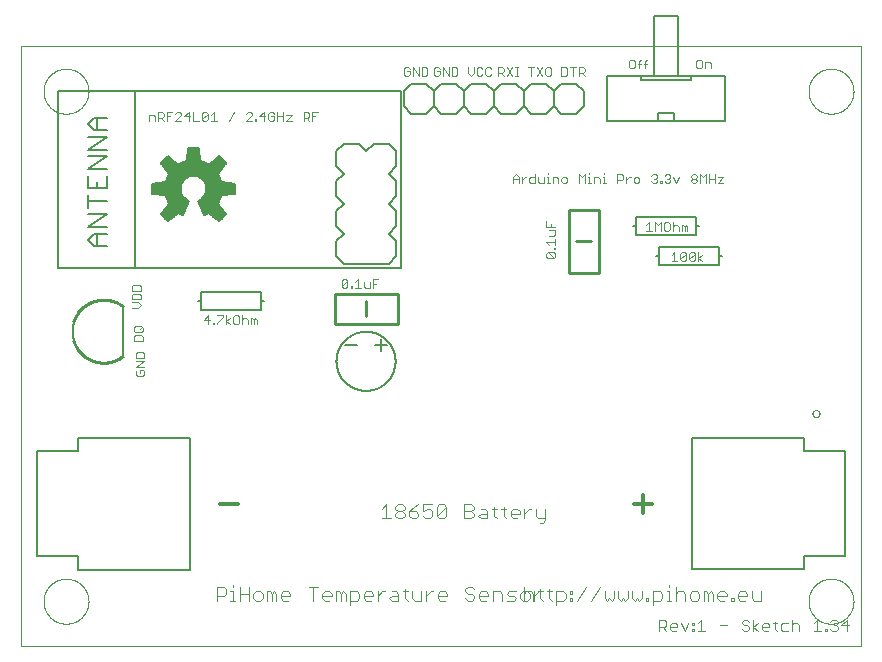
<source format=gto>
G75*
%MOIN*%
%OFA0B0*%
%FSLAX25Y25*%
%IPPOS*%
%LPD*%
%AMOC8*
5,1,8,0,0,1.08239X$1,22.5*
%
%ADD10C,0.00000*%
%ADD11C,0.00400*%
%ADD12C,0.00300*%
%ADD13C,0.01200*%
%ADD14C,0.00800*%
%ADD15C,0.01000*%
%ADD16C,0.00500*%
%ADD17C,0.00600*%
%ADD18C,0.00080*%
%ADD19C,0.00591*%
D10*
X0001800Y0001800D02*
X0001800Y0201800D01*
X0281800Y0201800D01*
X0281800Y0001800D01*
X0001800Y0001800D01*
X0009300Y0016800D02*
X0009302Y0016984D01*
X0009309Y0017168D01*
X0009320Y0017352D01*
X0009336Y0017535D01*
X0009356Y0017718D01*
X0009381Y0017900D01*
X0009410Y0018082D01*
X0009444Y0018263D01*
X0009482Y0018443D01*
X0009525Y0018622D01*
X0009572Y0018800D01*
X0009623Y0018977D01*
X0009679Y0019153D01*
X0009738Y0019327D01*
X0009803Y0019499D01*
X0009871Y0019670D01*
X0009943Y0019839D01*
X0010020Y0020007D01*
X0010101Y0020172D01*
X0010186Y0020335D01*
X0010274Y0020497D01*
X0010367Y0020656D01*
X0010464Y0020812D01*
X0010564Y0020967D01*
X0010668Y0021119D01*
X0010776Y0021268D01*
X0010887Y0021414D01*
X0011002Y0021558D01*
X0011121Y0021699D01*
X0011243Y0021837D01*
X0011368Y0021972D01*
X0011497Y0022103D01*
X0011628Y0022232D01*
X0011763Y0022357D01*
X0011901Y0022479D01*
X0012042Y0022598D01*
X0012186Y0022713D01*
X0012332Y0022824D01*
X0012481Y0022932D01*
X0012633Y0023036D01*
X0012788Y0023136D01*
X0012944Y0023233D01*
X0013103Y0023326D01*
X0013265Y0023414D01*
X0013428Y0023499D01*
X0013593Y0023580D01*
X0013761Y0023657D01*
X0013930Y0023729D01*
X0014101Y0023797D01*
X0014273Y0023862D01*
X0014447Y0023921D01*
X0014623Y0023977D01*
X0014800Y0024028D01*
X0014978Y0024075D01*
X0015157Y0024118D01*
X0015337Y0024156D01*
X0015518Y0024190D01*
X0015700Y0024219D01*
X0015882Y0024244D01*
X0016065Y0024264D01*
X0016248Y0024280D01*
X0016432Y0024291D01*
X0016616Y0024298D01*
X0016800Y0024300D01*
X0016984Y0024298D01*
X0017168Y0024291D01*
X0017352Y0024280D01*
X0017535Y0024264D01*
X0017718Y0024244D01*
X0017900Y0024219D01*
X0018082Y0024190D01*
X0018263Y0024156D01*
X0018443Y0024118D01*
X0018622Y0024075D01*
X0018800Y0024028D01*
X0018977Y0023977D01*
X0019153Y0023921D01*
X0019327Y0023862D01*
X0019499Y0023797D01*
X0019670Y0023729D01*
X0019839Y0023657D01*
X0020007Y0023580D01*
X0020172Y0023499D01*
X0020335Y0023414D01*
X0020497Y0023326D01*
X0020656Y0023233D01*
X0020812Y0023136D01*
X0020967Y0023036D01*
X0021119Y0022932D01*
X0021268Y0022824D01*
X0021414Y0022713D01*
X0021558Y0022598D01*
X0021699Y0022479D01*
X0021837Y0022357D01*
X0021972Y0022232D01*
X0022103Y0022103D01*
X0022232Y0021972D01*
X0022357Y0021837D01*
X0022479Y0021699D01*
X0022598Y0021558D01*
X0022713Y0021414D01*
X0022824Y0021268D01*
X0022932Y0021119D01*
X0023036Y0020967D01*
X0023136Y0020812D01*
X0023233Y0020656D01*
X0023326Y0020497D01*
X0023414Y0020335D01*
X0023499Y0020172D01*
X0023580Y0020007D01*
X0023657Y0019839D01*
X0023729Y0019670D01*
X0023797Y0019499D01*
X0023862Y0019327D01*
X0023921Y0019153D01*
X0023977Y0018977D01*
X0024028Y0018800D01*
X0024075Y0018622D01*
X0024118Y0018443D01*
X0024156Y0018263D01*
X0024190Y0018082D01*
X0024219Y0017900D01*
X0024244Y0017718D01*
X0024264Y0017535D01*
X0024280Y0017352D01*
X0024291Y0017168D01*
X0024298Y0016984D01*
X0024300Y0016800D01*
X0024298Y0016616D01*
X0024291Y0016432D01*
X0024280Y0016248D01*
X0024264Y0016065D01*
X0024244Y0015882D01*
X0024219Y0015700D01*
X0024190Y0015518D01*
X0024156Y0015337D01*
X0024118Y0015157D01*
X0024075Y0014978D01*
X0024028Y0014800D01*
X0023977Y0014623D01*
X0023921Y0014447D01*
X0023862Y0014273D01*
X0023797Y0014101D01*
X0023729Y0013930D01*
X0023657Y0013761D01*
X0023580Y0013593D01*
X0023499Y0013428D01*
X0023414Y0013265D01*
X0023326Y0013103D01*
X0023233Y0012944D01*
X0023136Y0012788D01*
X0023036Y0012633D01*
X0022932Y0012481D01*
X0022824Y0012332D01*
X0022713Y0012186D01*
X0022598Y0012042D01*
X0022479Y0011901D01*
X0022357Y0011763D01*
X0022232Y0011628D01*
X0022103Y0011497D01*
X0021972Y0011368D01*
X0021837Y0011243D01*
X0021699Y0011121D01*
X0021558Y0011002D01*
X0021414Y0010887D01*
X0021268Y0010776D01*
X0021119Y0010668D01*
X0020967Y0010564D01*
X0020812Y0010464D01*
X0020656Y0010367D01*
X0020497Y0010274D01*
X0020335Y0010186D01*
X0020172Y0010101D01*
X0020007Y0010020D01*
X0019839Y0009943D01*
X0019670Y0009871D01*
X0019499Y0009803D01*
X0019327Y0009738D01*
X0019153Y0009679D01*
X0018977Y0009623D01*
X0018800Y0009572D01*
X0018622Y0009525D01*
X0018443Y0009482D01*
X0018263Y0009444D01*
X0018082Y0009410D01*
X0017900Y0009381D01*
X0017718Y0009356D01*
X0017535Y0009336D01*
X0017352Y0009320D01*
X0017168Y0009309D01*
X0016984Y0009302D01*
X0016800Y0009300D01*
X0016616Y0009302D01*
X0016432Y0009309D01*
X0016248Y0009320D01*
X0016065Y0009336D01*
X0015882Y0009356D01*
X0015700Y0009381D01*
X0015518Y0009410D01*
X0015337Y0009444D01*
X0015157Y0009482D01*
X0014978Y0009525D01*
X0014800Y0009572D01*
X0014623Y0009623D01*
X0014447Y0009679D01*
X0014273Y0009738D01*
X0014101Y0009803D01*
X0013930Y0009871D01*
X0013761Y0009943D01*
X0013593Y0010020D01*
X0013428Y0010101D01*
X0013265Y0010186D01*
X0013103Y0010274D01*
X0012944Y0010367D01*
X0012788Y0010464D01*
X0012633Y0010564D01*
X0012481Y0010668D01*
X0012332Y0010776D01*
X0012186Y0010887D01*
X0012042Y0011002D01*
X0011901Y0011121D01*
X0011763Y0011243D01*
X0011628Y0011368D01*
X0011497Y0011497D01*
X0011368Y0011628D01*
X0011243Y0011763D01*
X0011121Y0011901D01*
X0011002Y0012042D01*
X0010887Y0012186D01*
X0010776Y0012332D01*
X0010668Y0012481D01*
X0010564Y0012633D01*
X0010464Y0012788D01*
X0010367Y0012944D01*
X0010274Y0013103D01*
X0010186Y0013265D01*
X0010101Y0013428D01*
X0010020Y0013593D01*
X0009943Y0013761D01*
X0009871Y0013930D01*
X0009803Y0014101D01*
X0009738Y0014273D01*
X0009679Y0014447D01*
X0009623Y0014623D01*
X0009572Y0014800D01*
X0009525Y0014978D01*
X0009482Y0015157D01*
X0009444Y0015337D01*
X0009410Y0015518D01*
X0009381Y0015700D01*
X0009356Y0015882D01*
X0009336Y0016065D01*
X0009320Y0016248D01*
X0009309Y0016432D01*
X0009302Y0016616D01*
X0009300Y0016800D01*
X0009300Y0186800D02*
X0009302Y0186984D01*
X0009309Y0187168D01*
X0009320Y0187352D01*
X0009336Y0187535D01*
X0009356Y0187718D01*
X0009381Y0187900D01*
X0009410Y0188082D01*
X0009444Y0188263D01*
X0009482Y0188443D01*
X0009525Y0188622D01*
X0009572Y0188800D01*
X0009623Y0188977D01*
X0009679Y0189153D01*
X0009738Y0189327D01*
X0009803Y0189499D01*
X0009871Y0189670D01*
X0009943Y0189839D01*
X0010020Y0190007D01*
X0010101Y0190172D01*
X0010186Y0190335D01*
X0010274Y0190497D01*
X0010367Y0190656D01*
X0010464Y0190812D01*
X0010564Y0190967D01*
X0010668Y0191119D01*
X0010776Y0191268D01*
X0010887Y0191414D01*
X0011002Y0191558D01*
X0011121Y0191699D01*
X0011243Y0191837D01*
X0011368Y0191972D01*
X0011497Y0192103D01*
X0011628Y0192232D01*
X0011763Y0192357D01*
X0011901Y0192479D01*
X0012042Y0192598D01*
X0012186Y0192713D01*
X0012332Y0192824D01*
X0012481Y0192932D01*
X0012633Y0193036D01*
X0012788Y0193136D01*
X0012944Y0193233D01*
X0013103Y0193326D01*
X0013265Y0193414D01*
X0013428Y0193499D01*
X0013593Y0193580D01*
X0013761Y0193657D01*
X0013930Y0193729D01*
X0014101Y0193797D01*
X0014273Y0193862D01*
X0014447Y0193921D01*
X0014623Y0193977D01*
X0014800Y0194028D01*
X0014978Y0194075D01*
X0015157Y0194118D01*
X0015337Y0194156D01*
X0015518Y0194190D01*
X0015700Y0194219D01*
X0015882Y0194244D01*
X0016065Y0194264D01*
X0016248Y0194280D01*
X0016432Y0194291D01*
X0016616Y0194298D01*
X0016800Y0194300D01*
X0016984Y0194298D01*
X0017168Y0194291D01*
X0017352Y0194280D01*
X0017535Y0194264D01*
X0017718Y0194244D01*
X0017900Y0194219D01*
X0018082Y0194190D01*
X0018263Y0194156D01*
X0018443Y0194118D01*
X0018622Y0194075D01*
X0018800Y0194028D01*
X0018977Y0193977D01*
X0019153Y0193921D01*
X0019327Y0193862D01*
X0019499Y0193797D01*
X0019670Y0193729D01*
X0019839Y0193657D01*
X0020007Y0193580D01*
X0020172Y0193499D01*
X0020335Y0193414D01*
X0020497Y0193326D01*
X0020656Y0193233D01*
X0020812Y0193136D01*
X0020967Y0193036D01*
X0021119Y0192932D01*
X0021268Y0192824D01*
X0021414Y0192713D01*
X0021558Y0192598D01*
X0021699Y0192479D01*
X0021837Y0192357D01*
X0021972Y0192232D01*
X0022103Y0192103D01*
X0022232Y0191972D01*
X0022357Y0191837D01*
X0022479Y0191699D01*
X0022598Y0191558D01*
X0022713Y0191414D01*
X0022824Y0191268D01*
X0022932Y0191119D01*
X0023036Y0190967D01*
X0023136Y0190812D01*
X0023233Y0190656D01*
X0023326Y0190497D01*
X0023414Y0190335D01*
X0023499Y0190172D01*
X0023580Y0190007D01*
X0023657Y0189839D01*
X0023729Y0189670D01*
X0023797Y0189499D01*
X0023862Y0189327D01*
X0023921Y0189153D01*
X0023977Y0188977D01*
X0024028Y0188800D01*
X0024075Y0188622D01*
X0024118Y0188443D01*
X0024156Y0188263D01*
X0024190Y0188082D01*
X0024219Y0187900D01*
X0024244Y0187718D01*
X0024264Y0187535D01*
X0024280Y0187352D01*
X0024291Y0187168D01*
X0024298Y0186984D01*
X0024300Y0186800D01*
X0024298Y0186616D01*
X0024291Y0186432D01*
X0024280Y0186248D01*
X0024264Y0186065D01*
X0024244Y0185882D01*
X0024219Y0185700D01*
X0024190Y0185518D01*
X0024156Y0185337D01*
X0024118Y0185157D01*
X0024075Y0184978D01*
X0024028Y0184800D01*
X0023977Y0184623D01*
X0023921Y0184447D01*
X0023862Y0184273D01*
X0023797Y0184101D01*
X0023729Y0183930D01*
X0023657Y0183761D01*
X0023580Y0183593D01*
X0023499Y0183428D01*
X0023414Y0183265D01*
X0023326Y0183103D01*
X0023233Y0182944D01*
X0023136Y0182788D01*
X0023036Y0182633D01*
X0022932Y0182481D01*
X0022824Y0182332D01*
X0022713Y0182186D01*
X0022598Y0182042D01*
X0022479Y0181901D01*
X0022357Y0181763D01*
X0022232Y0181628D01*
X0022103Y0181497D01*
X0021972Y0181368D01*
X0021837Y0181243D01*
X0021699Y0181121D01*
X0021558Y0181002D01*
X0021414Y0180887D01*
X0021268Y0180776D01*
X0021119Y0180668D01*
X0020967Y0180564D01*
X0020812Y0180464D01*
X0020656Y0180367D01*
X0020497Y0180274D01*
X0020335Y0180186D01*
X0020172Y0180101D01*
X0020007Y0180020D01*
X0019839Y0179943D01*
X0019670Y0179871D01*
X0019499Y0179803D01*
X0019327Y0179738D01*
X0019153Y0179679D01*
X0018977Y0179623D01*
X0018800Y0179572D01*
X0018622Y0179525D01*
X0018443Y0179482D01*
X0018263Y0179444D01*
X0018082Y0179410D01*
X0017900Y0179381D01*
X0017718Y0179356D01*
X0017535Y0179336D01*
X0017352Y0179320D01*
X0017168Y0179309D01*
X0016984Y0179302D01*
X0016800Y0179300D01*
X0016616Y0179302D01*
X0016432Y0179309D01*
X0016248Y0179320D01*
X0016065Y0179336D01*
X0015882Y0179356D01*
X0015700Y0179381D01*
X0015518Y0179410D01*
X0015337Y0179444D01*
X0015157Y0179482D01*
X0014978Y0179525D01*
X0014800Y0179572D01*
X0014623Y0179623D01*
X0014447Y0179679D01*
X0014273Y0179738D01*
X0014101Y0179803D01*
X0013930Y0179871D01*
X0013761Y0179943D01*
X0013593Y0180020D01*
X0013428Y0180101D01*
X0013265Y0180186D01*
X0013103Y0180274D01*
X0012944Y0180367D01*
X0012788Y0180464D01*
X0012633Y0180564D01*
X0012481Y0180668D01*
X0012332Y0180776D01*
X0012186Y0180887D01*
X0012042Y0181002D01*
X0011901Y0181121D01*
X0011763Y0181243D01*
X0011628Y0181368D01*
X0011497Y0181497D01*
X0011368Y0181628D01*
X0011243Y0181763D01*
X0011121Y0181901D01*
X0011002Y0182042D01*
X0010887Y0182186D01*
X0010776Y0182332D01*
X0010668Y0182481D01*
X0010564Y0182633D01*
X0010464Y0182788D01*
X0010367Y0182944D01*
X0010274Y0183103D01*
X0010186Y0183265D01*
X0010101Y0183428D01*
X0010020Y0183593D01*
X0009943Y0183761D01*
X0009871Y0183930D01*
X0009803Y0184101D01*
X0009738Y0184273D01*
X0009679Y0184447D01*
X0009623Y0184623D01*
X0009572Y0184800D01*
X0009525Y0184978D01*
X0009482Y0185157D01*
X0009444Y0185337D01*
X0009410Y0185518D01*
X0009381Y0185700D01*
X0009356Y0185882D01*
X0009336Y0186065D01*
X0009320Y0186248D01*
X0009309Y0186432D01*
X0009302Y0186616D01*
X0009300Y0186800D01*
X0265619Y0079300D02*
X0265621Y0079369D01*
X0265627Y0079437D01*
X0265637Y0079505D01*
X0265651Y0079572D01*
X0265669Y0079639D01*
X0265690Y0079704D01*
X0265716Y0079768D01*
X0265745Y0079830D01*
X0265777Y0079890D01*
X0265813Y0079949D01*
X0265853Y0080005D01*
X0265895Y0080059D01*
X0265941Y0080110D01*
X0265990Y0080159D01*
X0266041Y0080205D01*
X0266095Y0080247D01*
X0266151Y0080287D01*
X0266209Y0080323D01*
X0266270Y0080355D01*
X0266332Y0080384D01*
X0266396Y0080410D01*
X0266461Y0080431D01*
X0266528Y0080449D01*
X0266595Y0080463D01*
X0266663Y0080473D01*
X0266731Y0080479D01*
X0266800Y0080481D01*
X0266869Y0080479D01*
X0266937Y0080473D01*
X0267005Y0080463D01*
X0267072Y0080449D01*
X0267139Y0080431D01*
X0267204Y0080410D01*
X0267268Y0080384D01*
X0267330Y0080355D01*
X0267390Y0080323D01*
X0267449Y0080287D01*
X0267505Y0080247D01*
X0267559Y0080205D01*
X0267610Y0080159D01*
X0267659Y0080110D01*
X0267705Y0080059D01*
X0267747Y0080005D01*
X0267787Y0079949D01*
X0267823Y0079890D01*
X0267855Y0079830D01*
X0267884Y0079768D01*
X0267910Y0079704D01*
X0267931Y0079639D01*
X0267949Y0079572D01*
X0267963Y0079505D01*
X0267973Y0079437D01*
X0267979Y0079369D01*
X0267981Y0079300D01*
X0267979Y0079231D01*
X0267973Y0079163D01*
X0267963Y0079095D01*
X0267949Y0079028D01*
X0267931Y0078961D01*
X0267910Y0078896D01*
X0267884Y0078832D01*
X0267855Y0078770D01*
X0267823Y0078709D01*
X0267787Y0078651D01*
X0267747Y0078595D01*
X0267705Y0078541D01*
X0267659Y0078490D01*
X0267610Y0078441D01*
X0267559Y0078395D01*
X0267505Y0078353D01*
X0267449Y0078313D01*
X0267391Y0078277D01*
X0267330Y0078245D01*
X0267268Y0078216D01*
X0267204Y0078190D01*
X0267139Y0078169D01*
X0267072Y0078151D01*
X0267005Y0078137D01*
X0266937Y0078127D01*
X0266869Y0078121D01*
X0266800Y0078119D01*
X0266731Y0078121D01*
X0266663Y0078127D01*
X0266595Y0078137D01*
X0266528Y0078151D01*
X0266461Y0078169D01*
X0266396Y0078190D01*
X0266332Y0078216D01*
X0266270Y0078245D01*
X0266209Y0078277D01*
X0266151Y0078313D01*
X0266095Y0078353D01*
X0266041Y0078395D01*
X0265990Y0078441D01*
X0265941Y0078490D01*
X0265895Y0078541D01*
X0265853Y0078595D01*
X0265813Y0078651D01*
X0265777Y0078709D01*
X0265745Y0078770D01*
X0265716Y0078832D01*
X0265690Y0078896D01*
X0265669Y0078961D01*
X0265651Y0079028D01*
X0265637Y0079095D01*
X0265627Y0079163D01*
X0265621Y0079231D01*
X0265619Y0079300D01*
X0264300Y0016800D02*
X0264302Y0016984D01*
X0264309Y0017168D01*
X0264320Y0017352D01*
X0264336Y0017535D01*
X0264356Y0017718D01*
X0264381Y0017900D01*
X0264410Y0018082D01*
X0264444Y0018263D01*
X0264482Y0018443D01*
X0264525Y0018622D01*
X0264572Y0018800D01*
X0264623Y0018977D01*
X0264679Y0019153D01*
X0264738Y0019327D01*
X0264803Y0019499D01*
X0264871Y0019670D01*
X0264943Y0019839D01*
X0265020Y0020007D01*
X0265101Y0020172D01*
X0265186Y0020335D01*
X0265274Y0020497D01*
X0265367Y0020656D01*
X0265464Y0020812D01*
X0265564Y0020967D01*
X0265668Y0021119D01*
X0265776Y0021268D01*
X0265887Y0021414D01*
X0266002Y0021558D01*
X0266121Y0021699D01*
X0266243Y0021837D01*
X0266368Y0021972D01*
X0266497Y0022103D01*
X0266628Y0022232D01*
X0266763Y0022357D01*
X0266901Y0022479D01*
X0267042Y0022598D01*
X0267186Y0022713D01*
X0267332Y0022824D01*
X0267481Y0022932D01*
X0267633Y0023036D01*
X0267788Y0023136D01*
X0267944Y0023233D01*
X0268103Y0023326D01*
X0268265Y0023414D01*
X0268428Y0023499D01*
X0268593Y0023580D01*
X0268761Y0023657D01*
X0268930Y0023729D01*
X0269101Y0023797D01*
X0269273Y0023862D01*
X0269447Y0023921D01*
X0269623Y0023977D01*
X0269800Y0024028D01*
X0269978Y0024075D01*
X0270157Y0024118D01*
X0270337Y0024156D01*
X0270518Y0024190D01*
X0270700Y0024219D01*
X0270882Y0024244D01*
X0271065Y0024264D01*
X0271248Y0024280D01*
X0271432Y0024291D01*
X0271616Y0024298D01*
X0271800Y0024300D01*
X0271984Y0024298D01*
X0272168Y0024291D01*
X0272352Y0024280D01*
X0272535Y0024264D01*
X0272718Y0024244D01*
X0272900Y0024219D01*
X0273082Y0024190D01*
X0273263Y0024156D01*
X0273443Y0024118D01*
X0273622Y0024075D01*
X0273800Y0024028D01*
X0273977Y0023977D01*
X0274153Y0023921D01*
X0274327Y0023862D01*
X0274499Y0023797D01*
X0274670Y0023729D01*
X0274839Y0023657D01*
X0275007Y0023580D01*
X0275172Y0023499D01*
X0275335Y0023414D01*
X0275497Y0023326D01*
X0275656Y0023233D01*
X0275812Y0023136D01*
X0275967Y0023036D01*
X0276119Y0022932D01*
X0276268Y0022824D01*
X0276414Y0022713D01*
X0276558Y0022598D01*
X0276699Y0022479D01*
X0276837Y0022357D01*
X0276972Y0022232D01*
X0277103Y0022103D01*
X0277232Y0021972D01*
X0277357Y0021837D01*
X0277479Y0021699D01*
X0277598Y0021558D01*
X0277713Y0021414D01*
X0277824Y0021268D01*
X0277932Y0021119D01*
X0278036Y0020967D01*
X0278136Y0020812D01*
X0278233Y0020656D01*
X0278326Y0020497D01*
X0278414Y0020335D01*
X0278499Y0020172D01*
X0278580Y0020007D01*
X0278657Y0019839D01*
X0278729Y0019670D01*
X0278797Y0019499D01*
X0278862Y0019327D01*
X0278921Y0019153D01*
X0278977Y0018977D01*
X0279028Y0018800D01*
X0279075Y0018622D01*
X0279118Y0018443D01*
X0279156Y0018263D01*
X0279190Y0018082D01*
X0279219Y0017900D01*
X0279244Y0017718D01*
X0279264Y0017535D01*
X0279280Y0017352D01*
X0279291Y0017168D01*
X0279298Y0016984D01*
X0279300Y0016800D01*
X0279298Y0016616D01*
X0279291Y0016432D01*
X0279280Y0016248D01*
X0279264Y0016065D01*
X0279244Y0015882D01*
X0279219Y0015700D01*
X0279190Y0015518D01*
X0279156Y0015337D01*
X0279118Y0015157D01*
X0279075Y0014978D01*
X0279028Y0014800D01*
X0278977Y0014623D01*
X0278921Y0014447D01*
X0278862Y0014273D01*
X0278797Y0014101D01*
X0278729Y0013930D01*
X0278657Y0013761D01*
X0278580Y0013593D01*
X0278499Y0013428D01*
X0278414Y0013265D01*
X0278326Y0013103D01*
X0278233Y0012944D01*
X0278136Y0012788D01*
X0278036Y0012633D01*
X0277932Y0012481D01*
X0277824Y0012332D01*
X0277713Y0012186D01*
X0277598Y0012042D01*
X0277479Y0011901D01*
X0277357Y0011763D01*
X0277232Y0011628D01*
X0277103Y0011497D01*
X0276972Y0011368D01*
X0276837Y0011243D01*
X0276699Y0011121D01*
X0276558Y0011002D01*
X0276414Y0010887D01*
X0276268Y0010776D01*
X0276119Y0010668D01*
X0275967Y0010564D01*
X0275812Y0010464D01*
X0275656Y0010367D01*
X0275497Y0010274D01*
X0275335Y0010186D01*
X0275172Y0010101D01*
X0275007Y0010020D01*
X0274839Y0009943D01*
X0274670Y0009871D01*
X0274499Y0009803D01*
X0274327Y0009738D01*
X0274153Y0009679D01*
X0273977Y0009623D01*
X0273800Y0009572D01*
X0273622Y0009525D01*
X0273443Y0009482D01*
X0273263Y0009444D01*
X0273082Y0009410D01*
X0272900Y0009381D01*
X0272718Y0009356D01*
X0272535Y0009336D01*
X0272352Y0009320D01*
X0272168Y0009309D01*
X0271984Y0009302D01*
X0271800Y0009300D01*
X0271616Y0009302D01*
X0271432Y0009309D01*
X0271248Y0009320D01*
X0271065Y0009336D01*
X0270882Y0009356D01*
X0270700Y0009381D01*
X0270518Y0009410D01*
X0270337Y0009444D01*
X0270157Y0009482D01*
X0269978Y0009525D01*
X0269800Y0009572D01*
X0269623Y0009623D01*
X0269447Y0009679D01*
X0269273Y0009738D01*
X0269101Y0009803D01*
X0268930Y0009871D01*
X0268761Y0009943D01*
X0268593Y0010020D01*
X0268428Y0010101D01*
X0268265Y0010186D01*
X0268103Y0010274D01*
X0267944Y0010367D01*
X0267788Y0010464D01*
X0267633Y0010564D01*
X0267481Y0010668D01*
X0267332Y0010776D01*
X0267186Y0010887D01*
X0267042Y0011002D01*
X0266901Y0011121D01*
X0266763Y0011243D01*
X0266628Y0011368D01*
X0266497Y0011497D01*
X0266368Y0011628D01*
X0266243Y0011763D01*
X0266121Y0011901D01*
X0266002Y0012042D01*
X0265887Y0012186D01*
X0265776Y0012332D01*
X0265668Y0012481D01*
X0265564Y0012633D01*
X0265464Y0012788D01*
X0265367Y0012944D01*
X0265274Y0013103D01*
X0265186Y0013265D01*
X0265101Y0013428D01*
X0265020Y0013593D01*
X0264943Y0013761D01*
X0264871Y0013930D01*
X0264803Y0014101D01*
X0264738Y0014273D01*
X0264679Y0014447D01*
X0264623Y0014623D01*
X0264572Y0014800D01*
X0264525Y0014978D01*
X0264482Y0015157D01*
X0264444Y0015337D01*
X0264410Y0015518D01*
X0264381Y0015700D01*
X0264356Y0015882D01*
X0264336Y0016065D01*
X0264320Y0016248D01*
X0264309Y0016432D01*
X0264302Y0016616D01*
X0264300Y0016800D01*
X0264300Y0186800D02*
X0264302Y0186984D01*
X0264309Y0187168D01*
X0264320Y0187352D01*
X0264336Y0187535D01*
X0264356Y0187718D01*
X0264381Y0187900D01*
X0264410Y0188082D01*
X0264444Y0188263D01*
X0264482Y0188443D01*
X0264525Y0188622D01*
X0264572Y0188800D01*
X0264623Y0188977D01*
X0264679Y0189153D01*
X0264738Y0189327D01*
X0264803Y0189499D01*
X0264871Y0189670D01*
X0264943Y0189839D01*
X0265020Y0190007D01*
X0265101Y0190172D01*
X0265186Y0190335D01*
X0265274Y0190497D01*
X0265367Y0190656D01*
X0265464Y0190812D01*
X0265564Y0190967D01*
X0265668Y0191119D01*
X0265776Y0191268D01*
X0265887Y0191414D01*
X0266002Y0191558D01*
X0266121Y0191699D01*
X0266243Y0191837D01*
X0266368Y0191972D01*
X0266497Y0192103D01*
X0266628Y0192232D01*
X0266763Y0192357D01*
X0266901Y0192479D01*
X0267042Y0192598D01*
X0267186Y0192713D01*
X0267332Y0192824D01*
X0267481Y0192932D01*
X0267633Y0193036D01*
X0267788Y0193136D01*
X0267944Y0193233D01*
X0268103Y0193326D01*
X0268265Y0193414D01*
X0268428Y0193499D01*
X0268593Y0193580D01*
X0268761Y0193657D01*
X0268930Y0193729D01*
X0269101Y0193797D01*
X0269273Y0193862D01*
X0269447Y0193921D01*
X0269623Y0193977D01*
X0269800Y0194028D01*
X0269978Y0194075D01*
X0270157Y0194118D01*
X0270337Y0194156D01*
X0270518Y0194190D01*
X0270700Y0194219D01*
X0270882Y0194244D01*
X0271065Y0194264D01*
X0271248Y0194280D01*
X0271432Y0194291D01*
X0271616Y0194298D01*
X0271800Y0194300D01*
X0271984Y0194298D01*
X0272168Y0194291D01*
X0272352Y0194280D01*
X0272535Y0194264D01*
X0272718Y0194244D01*
X0272900Y0194219D01*
X0273082Y0194190D01*
X0273263Y0194156D01*
X0273443Y0194118D01*
X0273622Y0194075D01*
X0273800Y0194028D01*
X0273977Y0193977D01*
X0274153Y0193921D01*
X0274327Y0193862D01*
X0274499Y0193797D01*
X0274670Y0193729D01*
X0274839Y0193657D01*
X0275007Y0193580D01*
X0275172Y0193499D01*
X0275335Y0193414D01*
X0275497Y0193326D01*
X0275656Y0193233D01*
X0275812Y0193136D01*
X0275967Y0193036D01*
X0276119Y0192932D01*
X0276268Y0192824D01*
X0276414Y0192713D01*
X0276558Y0192598D01*
X0276699Y0192479D01*
X0276837Y0192357D01*
X0276972Y0192232D01*
X0277103Y0192103D01*
X0277232Y0191972D01*
X0277357Y0191837D01*
X0277479Y0191699D01*
X0277598Y0191558D01*
X0277713Y0191414D01*
X0277824Y0191268D01*
X0277932Y0191119D01*
X0278036Y0190967D01*
X0278136Y0190812D01*
X0278233Y0190656D01*
X0278326Y0190497D01*
X0278414Y0190335D01*
X0278499Y0190172D01*
X0278580Y0190007D01*
X0278657Y0189839D01*
X0278729Y0189670D01*
X0278797Y0189499D01*
X0278862Y0189327D01*
X0278921Y0189153D01*
X0278977Y0188977D01*
X0279028Y0188800D01*
X0279075Y0188622D01*
X0279118Y0188443D01*
X0279156Y0188263D01*
X0279190Y0188082D01*
X0279219Y0187900D01*
X0279244Y0187718D01*
X0279264Y0187535D01*
X0279280Y0187352D01*
X0279291Y0187168D01*
X0279298Y0186984D01*
X0279300Y0186800D01*
X0279298Y0186616D01*
X0279291Y0186432D01*
X0279280Y0186248D01*
X0279264Y0186065D01*
X0279244Y0185882D01*
X0279219Y0185700D01*
X0279190Y0185518D01*
X0279156Y0185337D01*
X0279118Y0185157D01*
X0279075Y0184978D01*
X0279028Y0184800D01*
X0278977Y0184623D01*
X0278921Y0184447D01*
X0278862Y0184273D01*
X0278797Y0184101D01*
X0278729Y0183930D01*
X0278657Y0183761D01*
X0278580Y0183593D01*
X0278499Y0183428D01*
X0278414Y0183265D01*
X0278326Y0183103D01*
X0278233Y0182944D01*
X0278136Y0182788D01*
X0278036Y0182633D01*
X0277932Y0182481D01*
X0277824Y0182332D01*
X0277713Y0182186D01*
X0277598Y0182042D01*
X0277479Y0181901D01*
X0277357Y0181763D01*
X0277232Y0181628D01*
X0277103Y0181497D01*
X0276972Y0181368D01*
X0276837Y0181243D01*
X0276699Y0181121D01*
X0276558Y0181002D01*
X0276414Y0180887D01*
X0276268Y0180776D01*
X0276119Y0180668D01*
X0275967Y0180564D01*
X0275812Y0180464D01*
X0275656Y0180367D01*
X0275497Y0180274D01*
X0275335Y0180186D01*
X0275172Y0180101D01*
X0275007Y0180020D01*
X0274839Y0179943D01*
X0274670Y0179871D01*
X0274499Y0179803D01*
X0274327Y0179738D01*
X0274153Y0179679D01*
X0273977Y0179623D01*
X0273800Y0179572D01*
X0273622Y0179525D01*
X0273443Y0179482D01*
X0273263Y0179444D01*
X0273082Y0179410D01*
X0272900Y0179381D01*
X0272718Y0179356D01*
X0272535Y0179336D01*
X0272352Y0179320D01*
X0272168Y0179309D01*
X0271984Y0179302D01*
X0271800Y0179300D01*
X0271616Y0179302D01*
X0271432Y0179309D01*
X0271248Y0179320D01*
X0271065Y0179336D01*
X0270882Y0179356D01*
X0270700Y0179381D01*
X0270518Y0179410D01*
X0270337Y0179444D01*
X0270157Y0179482D01*
X0269978Y0179525D01*
X0269800Y0179572D01*
X0269623Y0179623D01*
X0269447Y0179679D01*
X0269273Y0179738D01*
X0269101Y0179803D01*
X0268930Y0179871D01*
X0268761Y0179943D01*
X0268593Y0180020D01*
X0268428Y0180101D01*
X0268265Y0180186D01*
X0268103Y0180274D01*
X0267944Y0180367D01*
X0267788Y0180464D01*
X0267633Y0180564D01*
X0267481Y0180668D01*
X0267332Y0180776D01*
X0267186Y0180887D01*
X0267042Y0181002D01*
X0266901Y0181121D01*
X0266763Y0181243D01*
X0266628Y0181368D01*
X0266497Y0181497D01*
X0266368Y0181628D01*
X0266243Y0181763D01*
X0266121Y0181901D01*
X0266002Y0182042D01*
X0265887Y0182186D01*
X0265776Y0182332D01*
X0265668Y0182481D01*
X0265564Y0182633D01*
X0265464Y0182788D01*
X0265367Y0182944D01*
X0265274Y0183103D01*
X0265186Y0183265D01*
X0265101Y0183428D01*
X0265020Y0183593D01*
X0264943Y0183761D01*
X0264871Y0183930D01*
X0264803Y0184101D01*
X0264738Y0184273D01*
X0264679Y0184447D01*
X0264623Y0184623D01*
X0264572Y0184800D01*
X0264525Y0184978D01*
X0264482Y0185157D01*
X0264444Y0185337D01*
X0264410Y0185518D01*
X0264381Y0185700D01*
X0264356Y0185882D01*
X0264336Y0186065D01*
X0264320Y0186248D01*
X0264309Y0186432D01*
X0264302Y0186616D01*
X0264300Y0186800D01*
D11*
X0151926Y0049104D02*
X0149624Y0049104D01*
X0149624Y0044500D01*
X0151926Y0044500D01*
X0152693Y0045267D01*
X0152693Y0046035D01*
X0151926Y0046802D01*
X0149624Y0046802D01*
X0151926Y0046802D02*
X0152693Y0047569D01*
X0152693Y0048337D01*
X0151926Y0049104D01*
X0154995Y0047569D02*
X0156529Y0047569D01*
X0157297Y0046802D01*
X0157297Y0044500D01*
X0154995Y0044500D01*
X0154227Y0045267D01*
X0154995Y0046035D01*
X0157297Y0046035D01*
X0158831Y0047569D02*
X0160366Y0047569D01*
X0159599Y0048337D02*
X0159599Y0045267D01*
X0160366Y0044500D01*
X0162668Y0045267D02*
X0163435Y0044500D01*
X0162668Y0045267D02*
X0162668Y0048337D01*
X0161901Y0047569D02*
X0163435Y0047569D01*
X0164970Y0046802D02*
X0165737Y0047569D01*
X0167272Y0047569D01*
X0168039Y0046802D01*
X0168039Y0046035D01*
X0164970Y0046035D01*
X0164970Y0046802D02*
X0164970Y0045267D01*
X0165737Y0044500D01*
X0167272Y0044500D01*
X0169574Y0044500D02*
X0169574Y0047569D01*
X0169574Y0046035D02*
X0171109Y0047569D01*
X0171876Y0047569D01*
X0173410Y0047569D02*
X0173410Y0045267D01*
X0174178Y0044500D01*
X0176480Y0044500D01*
X0176480Y0043733D02*
X0175712Y0042965D01*
X0174945Y0042965D01*
X0176480Y0043733D02*
X0176480Y0047569D01*
X0169500Y0021604D02*
X0169500Y0017000D01*
X0169054Y0017000D02*
X0168286Y0017767D01*
X0168286Y0019302D01*
X0169054Y0020069D01*
X0170588Y0020069D01*
X0171356Y0019302D01*
X0171356Y0017767D01*
X0170588Y0017000D01*
X0169054Y0017000D01*
X0166752Y0017767D02*
X0165984Y0018535D01*
X0164450Y0018535D01*
X0163682Y0019302D01*
X0164450Y0020069D01*
X0166752Y0020069D01*
X0166752Y0017767D02*
X0165984Y0017000D01*
X0163682Y0017000D01*
X0162148Y0017000D02*
X0162148Y0019302D01*
X0161380Y0020069D01*
X0159078Y0020069D01*
X0159078Y0017000D01*
X0157544Y0018535D02*
X0154475Y0018535D01*
X0154475Y0019302D02*
X0154475Y0017767D01*
X0155242Y0017000D01*
X0156777Y0017000D01*
X0157544Y0018535D02*
X0157544Y0019302D01*
X0156777Y0020069D01*
X0155242Y0020069D01*
X0154475Y0019302D01*
X0152940Y0018535D02*
X0152940Y0017767D01*
X0152173Y0017000D01*
X0150638Y0017000D01*
X0149871Y0017767D01*
X0150638Y0019302D02*
X0149871Y0020069D01*
X0149871Y0020837D01*
X0150638Y0021604D01*
X0152173Y0021604D01*
X0152940Y0020837D01*
X0152173Y0019302D02*
X0152940Y0018535D01*
X0152173Y0019302D02*
X0150638Y0019302D01*
X0143732Y0019302D02*
X0143732Y0018535D01*
X0140663Y0018535D01*
X0140663Y0019302D02*
X0140663Y0017767D01*
X0141430Y0017000D01*
X0142965Y0017000D01*
X0143732Y0019302D02*
X0142965Y0020069D01*
X0141430Y0020069D01*
X0140663Y0019302D01*
X0139128Y0020069D02*
X0138361Y0020069D01*
X0136826Y0018535D01*
X0136826Y0020069D02*
X0136826Y0017000D01*
X0135292Y0017000D02*
X0135292Y0020069D01*
X0132222Y0020069D02*
X0132222Y0017767D01*
X0132990Y0017000D01*
X0135292Y0017000D01*
X0130688Y0017000D02*
X0129920Y0017767D01*
X0129920Y0020837D01*
X0129153Y0020069D02*
X0130688Y0020069D01*
X0127618Y0019302D02*
X0127618Y0017000D01*
X0125316Y0017000D01*
X0124549Y0017767D01*
X0125316Y0018535D01*
X0127618Y0018535D01*
X0127618Y0019302D02*
X0126851Y0020069D01*
X0125316Y0020069D01*
X0123014Y0020069D02*
X0122247Y0020069D01*
X0120712Y0018535D01*
X0119178Y0018535D02*
X0116109Y0018535D01*
X0116109Y0019302D02*
X0116109Y0017767D01*
X0116876Y0017000D01*
X0118410Y0017000D01*
X0119178Y0018535D02*
X0119178Y0019302D01*
X0118410Y0020069D01*
X0116876Y0020069D01*
X0116109Y0019302D01*
X0114574Y0019302D02*
X0114574Y0017767D01*
X0113807Y0017000D01*
X0111505Y0017000D01*
X0111505Y0015465D02*
X0111505Y0020069D01*
X0113807Y0020069D01*
X0114574Y0019302D01*
X0109970Y0019302D02*
X0109970Y0017000D01*
X0108435Y0017000D02*
X0108435Y0019302D01*
X0109203Y0020069D01*
X0109970Y0019302D01*
X0108435Y0019302D02*
X0107668Y0020069D01*
X0106901Y0020069D01*
X0106901Y0017000D01*
X0105366Y0018535D02*
X0102297Y0018535D01*
X0102297Y0019302D02*
X0102297Y0017767D01*
X0103064Y0017000D01*
X0104599Y0017000D01*
X0105366Y0018535D02*
X0105366Y0019302D01*
X0104599Y0020069D01*
X0103064Y0020069D01*
X0102297Y0019302D01*
X0100762Y0021604D02*
X0097693Y0021604D01*
X0099227Y0021604D02*
X0099227Y0017000D01*
X0091554Y0018535D02*
X0091554Y0019302D01*
X0090787Y0020069D01*
X0089252Y0020069D01*
X0088485Y0019302D01*
X0088485Y0017767D01*
X0089252Y0017000D01*
X0090787Y0017000D01*
X0091554Y0018535D02*
X0088485Y0018535D01*
X0086950Y0019302D02*
X0086950Y0017000D01*
X0085416Y0017000D02*
X0085416Y0019302D01*
X0086183Y0020069D01*
X0086950Y0019302D01*
X0085416Y0019302D02*
X0084648Y0020069D01*
X0083881Y0020069D01*
X0083881Y0017000D01*
X0082346Y0017767D02*
X0082346Y0019302D01*
X0081579Y0020069D01*
X0080044Y0020069D01*
X0079277Y0019302D01*
X0079277Y0017767D01*
X0080044Y0017000D01*
X0081579Y0017000D01*
X0082346Y0017767D01*
X0077742Y0017000D02*
X0077742Y0021604D01*
X0077742Y0019302D02*
X0074673Y0019302D01*
X0074673Y0017000D02*
X0074673Y0021604D01*
X0072371Y0021604D02*
X0072371Y0022371D01*
X0072371Y0020069D02*
X0072371Y0017000D01*
X0071604Y0017000D02*
X0073139Y0017000D01*
X0070069Y0019302D02*
X0069302Y0018535D01*
X0067000Y0018535D01*
X0067000Y0017000D02*
X0067000Y0021604D01*
X0069302Y0021604D01*
X0070069Y0020837D01*
X0070069Y0019302D01*
X0071604Y0020069D02*
X0072371Y0020069D01*
X0120712Y0020069D02*
X0120712Y0017000D01*
X0122000Y0044500D02*
X0125069Y0044500D01*
X0123535Y0044500D02*
X0123535Y0049104D01*
X0122000Y0047569D01*
X0126604Y0047569D02*
X0127371Y0046802D01*
X0128906Y0046802D01*
X0129673Y0046035D01*
X0129673Y0045267D01*
X0128906Y0044500D01*
X0127371Y0044500D01*
X0126604Y0045267D01*
X0126604Y0046035D01*
X0127371Y0046802D01*
X0126604Y0047569D02*
X0126604Y0048337D01*
X0127371Y0049104D01*
X0128906Y0049104D01*
X0129673Y0048337D01*
X0129673Y0047569D01*
X0128906Y0046802D01*
X0131208Y0046802D02*
X0132742Y0048337D01*
X0134277Y0049104D01*
X0135812Y0049104D02*
X0135812Y0046802D01*
X0137346Y0047569D01*
X0138114Y0047569D01*
X0138881Y0046802D01*
X0138881Y0045267D01*
X0138114Y0044500D01*
X0136579Y0044500D01*
X0135812Y0045267D01*
X0134277Y0045267D02*
X0134277Y0046035D01*
X0133510Y0046802D01*
X0131208Y0046802D01*
X0131208Y0045267D01*
X0131975Y0044500D01*
X0133510Y0044500D01*
X0134277Y0045267D01*
X0135812Y0049104D02*
X0138881Y0049104D01*
X0140416Y0048337D02*
X0141183Y0049104D01*
X0142718Y0049104D01*
X0143485Y0048337D01*
X0140416Y0045267D01*
X0141183Y0044500D01*
X0142718Y0044500D01*
X0143485Y0045267D01*
X0143485Y0048337D01*
X0140416Y0048337D02*
X0140416Y0045267D01*
X0169500Y0019302D02*
X0170267Y0020069D01*
X0171802Y0020069D01*
X0172569Y0019302D01*
X0172569Y0017000D01*
X0172890Y0017000D02*
X0172890Y0020069D01*
X0174104Y0020069D02*
X0175639Y0020069D01*
X0175192Y0020069D02*
X0174425Y0020069D01*
X0172890Y0018535D01*
X0174871Y0017767D02*
X0175639Y0017000D01*
X0174871Y0017767D02*
X0174871Y0020837D01*
X0177173Y0020069D02*
X0178708Y0020069D01*
X0177941Y0020837D02*
X0177941Y0017767D01*
X0178708Y0017000D01*
X0180242Y0017000D02*
X0182544Y0017000D01*
X0183312Y0017767D01*
X0183312Y0019302D01*
X0182544Y0020069D01*
X0180242Y0020069D01*
X0180242Y0015465D01*
X0184846Y0017000D02*
X0184846Y0017767D01*
X0185614Y0017767D01*
X0185614Y0017000D01*
X0184846Y0017000D01*
X0187148Y0017000D02*
X0190218Y0021604D01*
X0194822Y0021604D02*
X0191752Y0017000D01*
X0196356Y0017767D02*
X0196356Y0020069D01*
X0196356Y0017767D02*
X0197124Y0017000D01*
X0197891Y0017767D01*
X0198658Y0017000D01*
X0199425Y0017767D01*
X0199425Y0020069D01*
X0200960Y0020069D02*
X0200960Y0017767D01*
X0201727Y0017000D01*
X0202495Y0017767D01*
X0203262Y0017000D01*
X0204029Y0017767D01*
X0204029Y0020069D01*
X0205564Y0020069D02*
X0205564Y0017767D01*
X0206331Y0017000D01*
X0207099Y0017767D01*
X0207866Y0017000D01*
X0208633Y0017767D01*
X0208633Y0020069D01*
X0210168Y0017767D02*
X0210935Y0017767D01*
X0210935Y0017000D01*
X0210168Y0017000D01*
X0210168Y0017767D01*
X0212470Y0017000D02*
X0214772Y0017000D01*
X0215539Y0017767D01*
X0215539Y0019302D01*
X0214772Y0020069D01*
X0212470Y0020069D01*
X0212470Y0015465D01*
X0217074Y0017000D02*
X0218609Y0017000D01*
X0217841Y0017000D02*
X0217841Y0020069D01*
X0217074Y0020069D01*
X0217841Y0021604D02*
X0217841Y0022371D01*
X0220143Y0021604D02*
X0220143Y0017000D01*
X0223212Y0017000D02*
X0223212Y0019302D01*
X0222445Y0020069D01*
X0220910Y0020069D01*
X0220143Y0019302D01*
X0224747Y0019302D02*
X0224747Y0017767D01*
X0225514Y0017000D01*
X0227049Y0017000D01*
X0227816Y0017767D01*
X0227816Y0019302D01*
X0227049Y0020069D01*
X0225514Y0020069D01*
X0224747Y0019302D01*
X0229351Y0020069D02*
X0230118Y0020069D01*
X0230886Y0019302D01*
X0231653Y0020069D01*
X0232420Y0019302D01*
X0232420Y0017000D01*
X0230886Y0017000D02*
X0230886Y0019302D01*
X0229351Y0020069D02*
X0229351Y0017000D01*
X0233955Y0017767D02*
X0233955Y0019302D01*
X0234722Y0020069D01*
X0236257Y0020069D01*
X0237024Y0019302D01*
X0237024Y0018535D01*
X0233955Y0018535D01*
X0233955Y0017767D02*
X0234722Y0017000D01*
X0236257Y0017000D01*
X0238559Y0017000D02*
X0238559Y0017767D01*
X0239326Y0017767D01*
X0239326Y0017000D01*
X0238559Y0017000D01*
X0240861Y0017767D02*
X0240861Y0019302D01*
X0241628Y0020069D01*
X0243163Y0020069D01*
X0243930Y0019302D01*
X0243930Y0018535D01*
X0240861Y0018535D01*
X0240861Y0017767D02*
X0241628Y0017000D01*
X0243163Y0017000D01*
X0245465Y0017767D02*
X0246232Y0017000D01*
X0248534Y0017000D01*
X0248534Y0020069D01*
X0245465Y0020069D02*
X0245465Y0017767D01*
X0185614Y0019302D02*
X0184846Y0019302D01*
X0184846Y0020069D01*
X0185614Y0020069D01*
X0185614Y0019302D01*
D12*
X0214450Y0010653D02*
X0214450Y0006950D01*
X0214450Y0008184D02*
X0216302Y0008184D01*
X0216919Y0008802D01*
X0216919Y0010036D01*
X0216302Y0010653D01*
X0214450Y0010653D01*
X0215684Y0008184D02*
X0216919Y0006950D01*
X0218133Y0007567D02*
X0218133Y0008802D01*
X0218750Y0009419D01*
X0219985Y0009419D01*
X0220602Y0008802D01*
X0220602Y0008184D01*
X0218133Y0008184D01*
X0218133Y0007567D02*
X0218750Y0006950D01*
X0219985Y0006950D01*
X0223051Y0006950D02*
X0221816Y0009419D01*
X0224285Y0009419D02*
X0223051Y0006950D01*
X0225499Y0006950D02*
X0225499Y0007567D01*
X0226117Y0007567D01*
X0226117Y0006950D01*
X0225499Y0006950D01*
X0227341Y0006950D02*
X0229810Y0006950D01*
X0228575Y0006950D02*
X0228575Y0010653D01*
X0227341Y0009419D01*
X0226117Y0009419D02*
X0226117Y0008802D01*
X0225499Y0008802D01*
X0225499Y0009419D01*
X0226117Y0009419D01*
X0234707Y0008802D02*
X0237176Y0008802D01*
X0242074Y0009419D02*
X0242691Y0008802D01*
X0243925Y0008802D01*
X0244542Y0008184D01*
X0244542Y0007567D01*
X0243925Y0006950D01*
X0242691Y0006950D01*
X0242074Y0007567D01*
X0242074Y0009419D02*
X0242074Y0010036D01*
X0242691Y0010653D01*
X0243925Y0010653D01*
X0244542Y0010036D01*
X0245757Y0010653D02*
X0245757Y0006950D01*
X0245757Y0008184D02*
X0247608Y0009419D01*
X0248826Y0008802D02*
X0249443Y0009419D01*
X0250678Y0009419D01*
X0251295Y0008802D01*
X0251295Y0008184D01*
X0248826Y0008184D01*
X0248826Y0007567D02*
X0248826Y0008802D01*
X0248826Y0007567D02*
X0249443Y0006950D01*
X0250678Y0006950D01*
X0253126Y0007567D02*
X0253126Y0010036D01*
X0252509Y0009419D02*
X0253744Y0009419D01*
X0254965Y0008802D02*
X0254965Y0007567D01*
X0255582Y0006950D01*
X0257433Y0006950D01*
X0258648Y0006950D02*
X0258648Y0010653D01*
X0259265Y0009419D02*
X0260499Y0009419D01*
X0261116Y0008802D01*
X0261116Y0006950D01*
X0258648Y0008802D02*
X0259265Y0009419D01*
X0257433Y0009419D02*
X0255582Y0009419D01*
X0254965Y0008802D01*
X0253126Y0007567D02*
X0253744Y0006950D01*
X0247608Y0006950D02*
X0245757Y0008184D01*
X0266014Y0006950D02*
X0268483Y0006950D01*
X0269697Y0006950D02*
X0270314Y0006950D01*
X0270314Y0007567D01*
X0269697Y0007567D01*
X0269697Y0006950D01*
X0271539Y0007567D02*
X0272156Y0006950D01*
X0273390Y0006950D01*
X0274008Y0007567D01*
X0274008Y0008184D01*
X0273390Y0008802D01*
X0272773Y0008802D01*
X0273390Y0008802D02*
X0274008Y0009419D01*
X0274008Y0010036D01*
X0273390Y0010653D01*
X0272156Y0010653D01*
X0271539Y0010036D01*
X0267248Y0010653D02*
X0267248Y0006950D01*
X0266014Y0009419D02*
X0267248Y0010653D01*
X0275222Y0008802D02*
X0277691Y0008802D01*
X0277073Y0010653D02*
X0275222Y0008802D01*
X0277073Y0010653D02*
X0277073Y0006950D01*
X0119971Y0122701D02*
X0119003Y0122701D01*
X0117992Y0123185D02*
X0117992Y0121250D01*
X0116541Y0121250D01*
X0116057Y0121734D01*
X0116057Y0123185D01*
X0115045Y0121250D02*
X0113110Y0121250D01*
X0114078Y0121250D02*
X0114078Y0124152D01*
X0113110Y0123185D01*
X0112121Y0121734D02*
X0112121Y0121250D01*
X0111637Y0121250D01*
X0111637Y0121734D01*
X0112121Y0121734D01*
X0110626Y0121734D02*
X0110142Y0121250D01*
X0109174Y0121250D01*
X0108691Y0121734D01*
X0110626Y0123669D01*
X0110626Y0121734D01*
X0110626Y0123669D02*
X0110142Y0124152D01*
X0109174Y0124152D01*
X0108691Y0123669D01*
X0108691Y0121734D01*
X0119003Y0121250D02*
X0119003Y0124152D01*
X0120938Y0124152D01*
X0080350Y0110651D02*
X0080350Y0109200D01*
X0079382Y0109200D02*
X0079382Y0110651D01*
X0079866Y0111135D01*
X0080350Y0110651D01*
X0079382Y0110651D02*
X0078898Y0111135D01*
X0078415Y0111135D01*
X0078415Y0109200D01*
X0077403Y0109200D02*
X0077403Y0110651D01*
X0076919Y0111135D01*
X0075952Y0111135D01*
X0075468Y0110651D01*
X0074457Y0109684D02*
X0074457Y0111619D01*
X0073973Y0112102D01*
X0073005Y0112102D01*
X0072522Y0111619D01*
X0072522Y0109684D01*
X0073005Y0109200D01*
X0073973Y0109200D01*
X0074457Y0109684D01*
X0075468Y0109200D02*
X0075468Y0112102D01*
X0071518Y0111135D02*
X0070066Y0110167D01*
X0071518Y0109200D01*
X0070066Y0109200D02*
X0070066Y0112102D01*
X0069055Y0112102D02*
X0069055Y0111619D01*
X0067120Y0109684D01*
X0067120Y0109200D01*
X0066130Y0109200D02*
X0065647Y0109200D01*
X0065647Y0109684D01*
X0066130Y0109684D01*
X0066130Y0109200D01*
X0064151Y0109200D02*
X0064151Y0112102D01*
X0062700Y0110651D01*
X0064635Y0110651D01*
X0067120Y0112102D02*
X0069055Y0112102D01*
X0042900Y0099294D02*
X0042900Y0097843D01*
X0039998Y0097843D01*
X0039998Y0099294D01*
X0040481Y0099778D01*
X0042416Y0099778D01*
X0042900Y0099294D01*
X0042900Y0096831D02*
X0039998Y0096831D01*
X0039998Y0094897D02*
X0042900Y0096831D01*
X0042900Y0094897D02*
X0039998Y0094897D01*
X0040481Y0093885D02*
X0039998Y0093401D01*
X0039998Y0092434D01*
X0040481Y0091950D01*
X0042416Y0091950D01*
X0042900Y0092434D01*
X0042900Y0093401D01*
X0042416Y0093885D01*
X0041449Y0093885D01*
X0041449Y0092917D01*
X0042350Y0103557D02*
X0039448Y0103557D01*
X0039448Y0105008D01*
X0039931Y0105492D01*
X0041866Y0105492D01*
X0042350Y0105008D01*
X0042350Y0103557D01*
X0041866Y0106503D02*
X0042350Y0106987D01*
X0042350Y0107955D01*
X0041866Y0108438D01*
X0039931Y0108438D01*
X0039448Y0107955D01*
X0039448Y0106987D01*
X0039931Y0106503D01*
X0041866Y0106503D01*
X0041383Y0107471D02*
X0042350Y0108438D01*
X0040683Y0114450D02*
X0038748Y0114450D01*
X0040683Y0114450D02*
X0041650Y0115417D01*
X0040683Y0116385D01*
X0038748Y0116385D01*
X0038748Y0117397D02*
X0038748Y0118848D01*
X0039231Y0119331D01*
X0041166Y0119331D01*
X0041650Y0118848D01*
X0041650Y0117397D01*
X0038748Y0117397D01*
X0038748Y0120343D02*
X0038748Y0121794D01*
X0039231Y0122278D01*
X0041166Y0122278D01*
X0041650Y0121794D01*
X0041650Y0120343D01*
X0038748Y0120343D01*
X0044450Y0176950D02*
X0044450Y0178885D01*
X0045901Y0178885D01*
X0046385Y0178401D01*
X0046385Y0176950D01*
X0047397Y0176950D02*
X0047397Y0179852D01*
X0048848Y0179852D01*
X0049331Y0179369D01*
X0049331Y0178401D01*
X0048848Y0177917D01*
X0047397Y0177917D01*
X0048364Y0177917D02*
X0049331Y0176950D01*
X0050343Y0176950D02*
X0050343Y0179852D01*
X0052278Y0179852D01*
X0053290Y0179369D02*
X0053773Y0179852D01*
X0054741Y0179852D01*
X0055225Y0179369D01*
X0055225Y0178885D01*
X0053290Y0176950D01*
X0055225Y0176950D01*
X0056236Y0178401D02*
X0058171Y0178401D01*
X0057687Y0176950D02*
X0057687Y0179852D01*
X0056236Y0178401D01*
X0059183Y0179852D02*
X0059183Y0176950D01*
X0061118Y0176950D01*
X0062129Y0177434D02*
X0064064Y0179369D01*
X0064064Y0177434D01*
X0063580Y0176950D01*
X0062613Y0176950D01*
X0062129Y0177434D01*
X0062129Y0179369D01*
X0062613Y0179852D01*
X0063580Y0179852D01*
X0064064Y0179369D01*
X0065076Y0178885D02*
X0066043Y0179852D01*
X0066043Y0176950D01*
X0065076Y0176950D02*
X0067011Y0176950D01*
X0070969Y0176950D02*
X0072904Y0179852D01*
X0076862Y0179369D02*
X0077345Y0179852D01*
X0078313Y0179852D01*
X0078797Y0179369D01*
X0078797Y0178885D01*
X0076862Y0176950D01*
X0078797Y0176950D01*
X0079808Y0176950D02*
X0080292Y0176950D01*
X0080292Y0177434D01*
X0079808Y0177434D01*
X0079808Y0176950D01*
X0081281Y0178401D02*
X0083216Y0178401D01*
X0084228Y0177434D02*
X0084712Y0176950D01*
X0085679Y0176950D01*
X0086163Y0177434D01*
X0086163Y0178401D01*
X0085195Y0178401D01*
X0084228Y0177434D02*
X0084228Y0179369D01*
X0084712Y0179852D01*
X0085679Y0179852D01*
X0086163Y0179369D01*
X0087175Y0179852D02*
X0087175Y0176950D01*
X0087175Y0178401D02*
X0089109Y0178401D01*
X0090121Y0178885D02*
X0092056Y0178885D01*
X0090121Y0176950D01*
X0092056Y0176950D01*
X0089109Y0176950D02*
X0089109Y0179852D01*
X0082733Y0179852D02*
X0082733Y0176950D01*
X0081281Y0178401D02*
X0082733Y0179852D01*
X0096014Y0179852D02*
X0096014Y0176950D01*
X0096014Y0177917D02*
X0097465Y0177917D01*
X0097949Y0178401D01*
X0097949Y0179369D01*
X0097465Y0179852D01*
X0096014Y0179852D01*
X0096982Y0177917D02*
X0097949Y0176950D01*
X0098961Y0176950D02*
X0098961Y0179852D01*
X0100896Y0179852D01*
X0099928Y0178401D02*
X0098961Y0178401D01*
X0129450Y0192434D02*
X0129934Y0191950D01*
X0130901Y0191950D01*
X0131385Y0192434D01*
X0131385Y0193401D01*
X0130417Y0193401D01*
X0129450Y0192434D02*
X0129450Y0194369D01*
X0129934Y0194852D01*
X0130901Y0194852D01*
X0131385Y0194369D01*
X0132397Y0194852D02*
X0134331Y0191950D01*
X0134331Y0194852D01*
X0135343Y0194852D02*
X0136794Y0194852D01*
X0137278Y0194369D01*
X0137278Y0192434D01*
X0136794Y0191950D01*
X0135343Y0191950D01*
X0135343Y0194852D01*
X0132397Y0194852D02*
X0132397Y0191950D01*
X0139450Y0192434D02*
X0139934Y0191950D01*
X0140901Y0191950D01*
X0141385Y0192434D01*
X0141385Y0193401D01*
X0140417Y0193401D01*
X0139450Y0192434D02*
X0139450Y0194369D01*
X0139934Y0194852D01*
X0140901Y0194852D01*
X0141385Y0194369D01*
X0142397Y0194852D02*
X0144331Y0191950D01*
X0144331Y0194852D01*
X0145343Y0194852D02*
X0145343Y0191950D01*
X0146794Y0191950D01*
X0147278Y0192434D01*
X0147278Y0194369D01*
X0146794Y0194852D01*
X0145343Y0194852D01*
X0142397Y0194852D02*
X0142397Y0191950D01*
X0150700Y0192917D02*
X0151667Y0191950D01*
X0152635Y0192917D01*
X0152635Y0194852D01*
X0153647Y0194369D02*
X0153647Y0192434D01*
X0154130Y0191950D01*
X0155098Y0191950D01*
X0155581Y0192434D01*
X0156593Y0192434D02*
X0156593Y0194369D01*
X0157077Y0194852D01*
X0158044Y0194852D01*
X0158528Y0194369D01*
X0158528Y0192434D02*
X0158044Y0191950D01*
X0157077Y0191950D01*
X0156593Y0192434D01*
X0155581Y0194369D02*
X0155098Y0194852D01*
X0154130Y0194852D01*
X0153647Y0194369D01*
X0150700Y0194852D02*
X0150700Y0192917D01*
X0160700Y0192917D02*
X0162151Y0192917D01*
X0162635Y0193401D01*
X0162635Y0194369D01*
X0162151Y0194852D01*
X0160700Y0194852D01*
X0160700Y0191950D01*
X0161667Y0192917D02*
X0162635Y0191950D01*
X0163647Y0191950D02*
X0165581Y0194852D01*
X0166593Y0194852D02*
X0167561Y0194852D01*
X0167077Y0194852D02*
X0167077Y0191950D01*
X0166593Y0191950D02*
X0167561Y0191950D01*
X0165581Y0191950D02*
X0163647Y0194852D01*
X0170700Y0194852D02*
X0172635Y0194852D01*
X0171667Y0194852D02*
X0171667Y0191950D01*
X0173647Y0191950D02*
X0175581Y0194852D01*
X0176593Y0194369D02*
X0176593Y0192434D01*
X0177077Y0191950D01*
X0178044Y0191950D01*
X0178528Y0192434D01*
X0178528Y0194369D01*
X0178044Y0194852D01*
X0177077Y0194852D01*
X0176593Y0194369D01*
X0175581Y0191950D02*
X0173647Y0194852D01*
X0181950Y0194852D02*
X0181950Y0191950D01*
X0183401Y0191950D01*
X0183885Y0192434D01*
X0183885Y0194369D01*
X0183401Y0194852D01*
X0181950Y0194852D01*
X0184897Y0194852D02*
X0186831Y0194852D01*
X0185864Y0194852D02*
X0185864Y0191950D01*
X0187843Y0191950D02*
X0187843Y0194852D01*
X0189294Y0194852D01*
X0189778Y0194369D01*
X0189778Y0193401D01*
X0189294Y0192917D01*
X0187843Y0192917D01*
X0188811Y0192917D02*
X0189778Y0191950D01*
X0204450Y0194934D02*
X0204934Y0194450D01*
X0205901Y0194450D01*
X0206385Y0194934D01*
X0206385Y0196869D01*
X0205901Y0197352D01*
X0204934Y0197352D01*
X0204450Y0196869D01*
X0204450Y0194934D01*
X0207397Y0195901D02*
X0208364Y0195901D01*
X0209361Y0195901D02*
X0210328Y0195901D01*
X0209845Y0196869D02*
X0210328Y0197352D01*
X0209845Y0196869D02*
X0209845Y0194450D01*
X0207880Y0194450D02*
X0207880Y0196869D01*
X0208364Y0197352D01*
X0226950Y0196869D02*
X0226950Y0194934D01*
X0227434Y0194450D01*
X0228401Y0194450D01*
X0228885Y0194934D01*
X0228885Y0196869D01*
X0228401Y0197352D01*
X0227434Y0197352D01*
X0226950Y0196869D01*
X0229897Y0196385D02*
X0229897Y0194450D01*
X0231831Y0194450D02*
X0231831Y0195901D01*
X0231348Y0196385D01*
X0229897Y0196385D01*
X0230045Y0159152D02*
X0229078Y0158185D01*
X0228110Y0159152D01*
X0228110Y0156250D01*
X0227099Y0156734D02*
X0226615Y0156250D01*
X0225648Y0156250D01*
X0225164Y0156734D01*
X0225164Y0157217D01*
X0225648Y0157701D01*
X0226615Y0157701D01*
X0227099Y0157217D01*
X0227099Y0156734D01*
X0226615Y0157701D02*
X0227099Y0158185D01*
X0227099Y0158669D01*
X0226615Y0159152D01*
X0225648Y0159152D01*
X0225164Y0158669D01*
X0225164Y0158185D01*
X0225648Y0157701D01*
X0221206Y0158185D02*
X0220238Y0156250D01*
X0219271Y0158185D01*
X0218259Y0158185D02*
X0217776Y0157701D01*
X0218259Y0157217D01*
X0218259Y0156734D01*
X0217776Y0156250D01*
X0216808Y0156250D01*
X0216324Y0156734D01*
X0215335Y0156734D02*
X0215335Y0156250D01*
X0214851Y0156250D01*
X0214851Y0156734D01*
X0215335Y0156734D01*
X0213840Y0156734D02*
X0213356Y0156250D01*
X0212388Y0156250D01*
X0211905Y0156734D01*
X0212872Y0157701D02*
X0213356Y0157701D01*
X0213840Y0157217D01*
X0213840Y0156734D01*
X0213356Y0157701D02*
X0213840Y0158185D01*
X0213840Y0158669D01*
X0213356Y0159152D01*
X0212388Y0159152D01*
X0211905Y0158669D01*
X0207947Y0157701D02*
X0207947Y0156734D01*
X0207463Y0156250D01*
X0206495Y0156250D01*
X0206012Y0156734D01*
X0206012Y0157701D01*
X0206495Y0158185D01*
X0207463Y0158185D01*
X0207947Y0157701D01*
X0205007Y0158185D02*
X0204524Y0158185D01*
X0203556Y0157217D01*
X0203556Y0156250D02*
X0203556Y0158185D01*
X0202545Y0158669D02*
X0202545Y0157701D01*
X0202061Y0157217D01*
X0200610Y0157217D01*
X0200610Y0156250D02*
X0200610Y0159152D01*
X0202061Y0159152D01*
X0202545Y0158669D01*
X0196666Y0156250D02*
X0195699Y0156250D01*
X0196182Y0156250D02*
X0196182Y0158185D01*
X0195699Y0158185D01*
X0196182Y0159152D02*
X0196182Y0159636D01*
X0194687Y0157701D02*
X0194687Y0156250D01*
X0194687Y0157701D02*
X0194203Y0158185D01*
X0192752Y0158185D01*
X0192752Y0156250D01*
X0191755Y0156250D02*
X0190788Y0156250D01*
X0191272Y0156250D02*
X0191272Y0158185D01*
X0190788Y0158185D01*
X0191272Y0159152D02*
X0191272Y0159636D01*
X0189776Y0159152D02*
X0189776Y0156250D01*
X0187841Y0156250D02*
X0187841Y0159152D01*
X0188809Y0158185D01*
X0189776Y0159152D01*
X0183883Y0157701D02*
X0183883Y0156734D01*
X0183400Y0156250D01*
X0182432Y0156250D01*
X0181948Y0156734D01*
X0181948Y0157701D01*
X0182432Y0158185D01*
X0183400Y0158185D01*
X0183883Y0157701D01*
X0180937Y0157701D02*
X0180937Y0156250D01*
X0180937Y0157701D02*
X0180453Y0158185D01*
X0179002Y0158185D01*
X0179002Y0156250D01*
X0178005Y0156250D02*
X0177037Y0156250D01*
X0177521Y0156250D02*
X0177521Y0158185D01*
X0177037Y0158185D01*
X0176026Y0158185D02*
X0176026Y0156250D01*
X0174575Y0156250D01*
X0174091Y0156734D01*
X0174091Y0158185D01*
X0173079Y0158185D02*
X0171628Y0158185D01*
X0171144Y0157701D01*
X0171144Y0156734D01*
X0171628Y0156250D01*
X0173079Y0156250D01*
X0173079Y0159152D01*
X0177521Y0159152D02*
X0177521Y0159636D01*
X0170140Y0158185D02*
X0169656Y0158185D01*
X0168689Y0157217D01*
X0168689Y0156250D02*
X0168689Y0158185D01*
X0167677Y0158185D02*
X0167677Y0156250D01*
X0167677Y0157701D02*
X0165742Y0157701D01*
X0165742Y0158185D02*
X0166710Y0159152D01*
X0167677Y0158185D01*
X0165742Y0158185D02*
X0165742Y0156250D01*
X0176948Y0143438D02*
X0176948Y0141503D01*
X0179850Y0141503D01*
X0179850Y0140492D02*
X0177915Y0140492D01*
X0178399Y0141503D02*
X0178399Y0142471D01*
X0179850Y0140492D02*
X0179850Y0139041D01*
X0179366Y0138557D01*
X0177915Y0138557D01*
X0179850Y0137545D02*
X0179850Y0135610D01*
X0179850Y0136578D02*
X0176948Y0136578D01*
X0177915Y0135610D01*
X0179366Y0134621D02*
X0179366Y0134137D01*
X0179850Y0134137D01*
X0179850Y0134621D01*
X0179366Y0134621D01*
X0179366Y0133126D02*
X0177431Y0133126D01*
X0179366Y0131191D01*
X0179850Y0131674D01*
X0179850Y0132642D01*
X0179366Y0133126D01*
X0177431Y0133126D02*
X0176948Y0132642D01*
X0176948Y0131674D01*
X0177431Y0131191D01*
X0179366Y0131191D01*
X0210217Y0140250D02*
X0212152Y0140250D01*
X0211185Y0140250D02*
X0211185Y0143152D01*
X0210217Y0142185D01*
X0213164Y0143152D02*
X0213164Y0140250D01*
X0215099Y0140250D02*
X0215099Y0143152D01*
X0214131Y0142185D01*
X0213164Y0143152D01*
X0216110Y0142669D02*
X0216110Y0140734D01*
X0216594Y0140250D01*
X0217562Y0140250D01*
X0218045Y0140734D01*
X0218045Y0142669D01*
X0217562Y0143152D01*
X0216594Y0143152D01*
X0216110Y0142669D01*
X0219057Y0143152D02*
X0219057Y0140250D01*
X0219057Y0141701D02*
X0219541Y0142185D01*
X0220508Y0142185D01*
X0220992Y0141701D01*
X0220992Y0140250D01*
X0222003Y0140250D02*
X0222003Y0142185D01*
X0222487Y0142185D01*
X0222971Y0141701D01*
X0223455Y0142185D01*
X0223938Y0141701D01*
X0223938Y0140250D01*
X0222971Y0140250D02*
X0222971Y0141701D01*
X0223053Y0133152D02*
X0223537Y0132669D01*
X0221602Y0130734D01*
X0222085Y0130250D01*
X0223053Y0130250D01*
X0223537Y0130734D01*
X0223537Y0132669D01*
X0223053Y0133152D02*
X0222085Y0133152D01*
X0221602Y0132669D01*
X0221602Y0130734D01*
X0220590Y0130250D02*
X0218655Y0130250D01*
X0219623Y0130250D02*
X0219623Y0133152D01*
X0218655Y0132185D01*
X0224548Y0132669D02*
X0224548Y0130734D01*
X0226483Y0132669D01*
X0226483Y0130734D01*
X0225999Y0130250D01*
X0225032Y0130250D01*
X0224548Y0130734D01*
X0224548Y0132669D02*
X0225032Y0133152D01*
X0225999Y0133152D01*
X0226483Y0132669D01*
X0227495Y0133152D02*
X0227495Y0130250D01*
X0227495Y0131217D02*
X0228946Y0132185D01*
X0227495Y0131217D02*
X0228946Y0130250D01*
X0230045Y0156250D02*
X0230045Y0159152D01*
X0231057Y0159152D02*
X0231057Y0156250D01*
X0231057Y0157701D02*
X0232992Y0157701D01*
X0234003Y0158185D02*
X0235938Y0158185D01*
X0234003Y0156250D01*
X0235938Y0156250D01*
X0232992Y0156250D02*
X0232992Y0159152D01*
X0218259Y0158669D02*
X0218259Y0158185D01*
X0218259Y0158669D02*
X0217776Y0159152D01*
X0216808Y0159152D01*
X0216324Y0158669D01*
X0217292Y0157701D02*
X0217776Y0157701D01*
X0051311Y0178401D02*
X0050343Y0178401D01*
D13*
X0209128Y0052240D02*
X0209128Y0046368D01*
X0206192Y0049304D02*
X0212064Y0049304D01*
X0074064Y0049304D02*
X0068192Y0049304D01*
D14*
X0058217Y0071161D02*
X0020678Y0071161D01*
X0020678Y0066761D01*
X0006978Y0066761D01*
X0006978Y0031761D01*
X0020678Y0031761D01*
X0020678Y0027361D01*
X0058217Y0027361D01*
X0058217Y0071161D01*
X0035800Y0098554D02*
X0035800Y0115046D01*
X0019300Y0109300D02*
X0019243Y0109025D01*
X0019192Y0108748D01*
X0019148Y0108470D01*
X0019110Y0108192D01*
X0019080Y0107912D01*
X0019056Y0107632D01*
X0019039Y0107351D01*
X0019029Y0107070D01*
X0019026Y0106789D01*
X0019030Y0106508D01*
X0019040Y0106227D01*
X0019058Y0105946D01*
X0019082Y0105666D01*
X0019113Y0105387D01*
X0019151Y0105108D01*
X0019196Y0104830D01*
X0019247Y0104554D01*
X0019305Y0104279D01*
X0019370Y0104005D01*
X0019442Y0103733D01*
X0019520Y0103463D01*
X0019604Y0103195D01*
X0019696Y0102929D01*
X0019793Y0102665D01*
X0019897Y0102404D01*
X0020008Y0102145D01*
X0020125Y0101889D01*
X0020248Y0101636D01*
X0020377Y0101387D01*
X0020512Y0101140D01*
X0020653Y0100897D01*
X0020800Y0100657D01*
X0020953Y0100421D01*
X0021111Y0100189D01*
X0021275Y0099960D01*
X0021445Y0099736D01*
X0021620Y0099516D01*
X0021800Y0099300D01*
X0019300Y0109300D02*
X0019365Y0109575D01*
X0019436Y0109848D01*
X0019514Y0110119D01*
X0019599Y0110389D01*
X0019690Y0110656D01*
X0019788Y0110921D01*
X0019892Y0111183D01*
X0020003Y0111443D01*
X0020119Y0111700D01*
X0020243Y0111954D01*
X0020372Y0112205D01*
X0020507Y0112452D01*
X0020649Y0112697D01*
X0020796Y0112937D01*
X0020950Y0113174D01*
X0021109Y0113408D01*
X0021273Y0113637D01*
X0021444Y0113862D01*
X0021619Y0114083D01*
X0021800Y0114300D01*
X0019300Y0109300D02*
X0019243Y0109026D01*
X0019192Y0108751D01*
X0019148Y0108474D01*
X0019111Y0108197D01*
X0019080Y0107918D01*
X0019057Y0107639D01*
X0019040Y0107360D01*
X0019029Y0107080D01*
X0019026Y0106800D01*
X0019029Y0106520D01*
X0019040Y0106240D01*
X0019057Y0105961D01*
X0019080Y0105682D01*
X0019111Y0105403D01*
X0019148Y0105126D01*
X0019192Y0104849D01*
X0019243Y0104574D01*
X0019300Y0104300D01*
X0060800Y0116800D02*
X0061800Y0116800D01*
X0061800Y0119800D01*
X0081800Y0119800D01*
X0081800Y0116800D01*
X0082800Y0116800D01*
X0081800Y0116800D02*
X0081800Y0113800D01*
X0061800Y0113800D01*
X0061800Y0116800D01*
X0109800Y0102300D02*
X0113800Y0102300D01*
X0119800Y0102300D02*
X0123800Y0102300D01*
X0121800Y0104300D02*
X0121800Y0100300D01*
X0106957Y0096800D02*
X0106960Y0097042D01*
X0106969Y0097283D01*
X0106984Y0097524D01*
X0107004Y0097765D01*
X0107031Y0098005D01*
X0107064Y0098244D01*
X0107102Y0098483D01*
X0107146Y0098720D01*
X0107196Y0098957D01*
X0107252Y0099192D01*
X0107314Y0099425D01*
X0107381Y0099657D01*
X0107454Y0099888D01*
X0107532Y0100116D01*
X0107617Y0100342D01*
X0107706Y0100567D01*
X0107801Y0100789D01*
X0107902Y0101008D01*
X0108008Y0101226D01*
X0108119Y0101440D01*
X0108236Y0101652D01*
X0108357Y0101860D01*
X0108484Y0102066D01*
X0108616Y0102268D01*
X0108753Y0102468D01*
X0108894Y0102663D01*
X0109040Y0102856D01*
X0109191Y0103044D01*
X0109347Y0103229D01*
X0109507Y0103410D01*
X0109671Y0103587D01*
X0109840Y0103760D01*
X0110013Y0103929D01*
X0110190Y0104093D01*
X0110371Y0104253D01*
X0110556Y0104409D01*
X0110744Y0104560D01*
X0110937Y0104706D01*
X0111132Y0104847D01*
X0111332Y0104984D01*
X0111534Y0105116D01*
X0111740Y0105243D01*
X0111948Y0105364D01*
X0112160Y0105481D01*
X0112374Y0105592D01*
X0112592Y0105698D01*
X0112811Y0105799D01*
X0113033Y0105894D01*
X0113258Y0105983D01*
X0113484Y0106068D01*
X0113712Y0106146D01*
X0113943Y0106219D01*
X0114175Y0106286D01*
X0114408Y0106348D01*
X0114643Y0106404D01*
X0114880Y0106454D01*
X0115117Y0106498D01*
X0115356Y0106536D01*
X0115595Y0106569D01*
X0115835Y0106596D01*
X0116076Y0106616D01*
X0116317Y0106631D01*
X0116558Y0106640D01*
X0116800Y0106643D01*
X0117042Y0106640D01*
X0117283Y0106631D01*
X0117524Y0106616D01*
X0117765Y0106596D01*
X0118005Y0106569D01*
X0118244Y0106536D01*
X0118483Y0106498D01*
X0118720Y0106454D01*
X0118957Y0106404D01*
X0119192Y0106348D01*
X0119425Y0106286D01*
X0119657Y0106219D01*
X0119888Y0106146D01*
X0120116Y0106068D01*
X0120342Y0105983D01*
X0120567Y0105894D01*
X0120789Y0105799D01*
X0121008Y0105698D01*
X0121226Y0105592D01*
X0121440Y0105481D01*
X0121652Y0105364D01*
X0121860Y0105243D01*
X0122066Y0105116D01*
X0122268Y0104984D01*
X0122468Y0104847D01*
X0122663Y0104706D01*
X0122856Y0104560D01*
X0123044Y0104409D01*
X0123229Y0104253D01*
X0123410Y0104093D01*
X0123587Y0103929D01*
X0123760Y0103760D01*
X0123929Y0103587D01*
X0124093Y0103410D01*
X0124253Y0103229D01*
X0124409Y0103044D01*
X0124560Y0102856D01*
X0124706Y0102663D01*
X0124847Y0102468D01*
X0124984Y0102268D01*
X0125116Y0102066D01*
X0125243Y0101860D01*
X0125364Y0101652D01*
X0125481Y0101440D01*
X0125592Y0101226D01*
X0125698Y0101008D01*
X0125799Y0100789D01*
X0125894Y0100567D01*
X0125983Y0100342D01*
X0126068Y0100116D01*
X0126146Y0099888D01*
X0126219Y0099657D01*
X0126286Y0099425D01*
X0126348Y0099192D01*
X0126404Y0098957D01*
X0126454Y0098720D01*
X0126498Y0098483D01*
X0126536Y0098244D01*
X0126569Y0098005D01*
X0126596Y0097765D01*
X0126616Y0097524D01*
X0126631Y0097283D01*
X0126640Y0097042D01*
X0126643Y0096800D01*
X0126640Y0096558D01*
X0126631Y0096317D01*
X0126616Y0096076D01*
X0126596Y0095835D01*
X0126569Y0095595D01*
X0126536Y0095356D01*
X0126498Y0095117D01*
X0126454Y0094880D01*
X0126404Y0094643D01*
X0126348Y0094408D01*
X0126286Y0094175D01*
X0126219Y0093943D01*
X0126146Y0093712D01*
X0126068Y0093484D01*
X0125983Y0093258D01*
X0125894Y0093033D01*
X0125799Y0092811D01*
X0125698Y0092592D01*
X0125592Y0092374D01*
X0125481Y0092160D01*
X0125364Y0091948D01*
X0125243Y0091740D01*
X0125116Y0091534D01*
X0124984Y0091332D01*
X0124847Y0091132D01*
X0124706Y0090937D01*
X0124560Y0090744D01*
X0124409Y0090556D01*
X0124253Y0090371D01*
X0124093Y0090190D01*
X0123929Y0090013D01*
X0123760Y0089840D01*
X0123587Y0089671D01*
X0123410Y0089507D01*
X0123229Y0089347D01*
X0123044Y0089191D01*
X0122856Y0089040D01*
X0122663Y0088894D01*
X0122468Y0088753D01*
X0122268Y0088616D01*
X0122066Y0088484D01*
X0121860Y0088357D01*
X0121652Y0088236D01*
X0121440Y0088119D01*
X0121226Y0088008D01*
X0121008Y0087902D01*
X0120789Y0087801D01*
X0120567Y0087706D01*
X0120342Y0087617D01*
X0120116Y0087532D01*
X0119888Y0087454D01*
X0119657Y0087381D01*
X0119425Y0087314D01*
X0119192Y0087252D01*
X0118957Y0087196D01*
X0118720Y0087146D01*
X0118483Y0087102D01*
X0118244Y0087064D01*
X0118005Y0087031D01*
X0117765Y0087004D01*
X0117524Y0086984D01*
X0117283Y0086969D01*
X0117042Y0086960D01*
X0116800Y0086957D01*
X0116558Y0086960D01*
X0116317Y0086969D01*
X0116076Y0086984D01*
X0115835Y0087004D01*
X0115595Y0087031D01*
X0115356Y0087064D01*
X0115117Y0087102D01*
X0114880Y0087146D01*
X0114643Y0087196D01*
X0114408Y0087252D01*
X0114175Y0087314D01*
X0113943Y0087381D01*
X0113712Y0087454D01*
X0113484Y0087532D01*
X0113258Y0087617D01*
X0113033Y0087706D01*
X0112811Y0087801D01*
X0112592Y0087902D01*
X0112374Y0088008D01*
X0112160Y0088119D01*
X0111948Y0088236D01*
X0111740Y0088357D01*
X0111534Y0088484D01*
X0111332Y0088616D01*
X0111132Y0088753D01*
X0110937Y0088894D01*
X0110744Y0089040D01*
X0110556Y0089191D01*
X0110371Y0089347D01*
X0110190Y0089507D01*
X0110013Y0089671D01*
X0109840Y0089840D01*
X0109671Y0090013D01*
X0109507Y0090190D01*
X0109347Y0090371D01*
X0109191Y0090556D01*
X0109040Y0090744D01*
X0108894Y0090937D01*
X0108753Y0091132D01*
X0108616Y0091332D01*
X0108484Y0091534D01*
X0108357Y0091740D01*
X0108236Y0091948D01*
X0108119Y0092160D01*
X0108008Y0092374D01*
X0107902Y0092592D01*
X0107801Y0092811D01*
X0107706Y0093033D01*
X0107617Y0093258D01*
X0107532Y0093484D01*
X0107454Y0093712D01*
X0107381Y0093943D01*
X0107314Y0094175D01*
X0107252Y0094408D01*
X0107196Y0094643D01*
X0107146Y0094880D01*
X0107102Y0095117D01*
X0107064Y0095356D01*
X0107031Y0095595D01*
X0107004Y0095835D01*
X0106984Y0096076D01*
X0106969Y0096317D01*
X0106960Y0096558D01*
X0106957Y0096800D01*
X0206800Y0138800D02*
X0206800Y0141800D01*
X0205800Y0141800D01*
X0206800Y0141800D02*
X0206800Y0144800D01*
X0226800Y0144800D01*
X0226800Y0141800D01*
X0227800Y0141800D01*
X0226800Y0141800D02*
X0226800Y0138800D01*
X0206800Y0138800D01*
X0214300Y0134800D02*
X0234300Y0134800D01*
X0234300Y0131800D01*
X0235300Y0131800D01*
X0234300Y0131800D02*
X0234300Y0128800D01*
X0214300Y0128800D01*
X0214300Y0131800D01*
X0213300Y0131800D01*
X0214300Y0131800D02*
X0214300Y0134800D01*
X0225383Y0071239D02*
X0262922Y0071239D01*
X0262922Y0066839D01*
X0276622Y0066839D01*
X0276622Y0031839D01*
X0262922Y0031839D01*
X0262922Y0027439D01*
X0225383Y0027439D01*
X0225383Y0071239D01*
D15*
X0194300Y0126300D02*
X0184300Y0126300D01*
X0184300Y0147300D01*
X0194300Y0147300D01*
X0194300Y0126300D01*
X0191800Y0136800D02*
X0186800Y0136800D01*
X0127300Y0119300D02*
X0127300Y0109300D01*
X0106300Y0109300D01*
X0106300Y0119300D01*
X0127300Y0119300D01*
X0116800Y0116800D02*
X0116800Y0111800D01*
D16*
X0128400Y0127800D02*
X0128400Y0186800D01*
X0039800Y0186800D01*
X0039800Y0127800D01*
X0014200Y0127800D01*
X0014200Y0186800D01*
X0039800Y0186800D01*
X0106800Y0166800D02*
X0106800Y0161800D01*
X0109300Y0159300D01*
X0106800Y0156800D01*
X0106800Y0151800D01*
X0109300Y0149300D01*
X0106800Y0146800D01*
X0106800Y0141800D01*
X0109300Y0139300D01*
X0106800Y0136800D01*
X0106800Y0131800D01*
X0109300Y0129300D01*
X0124300Y0129300D01*
X0126800Y0131800D01*
X0126800Y0136800D01*
X0124300Y0139300D01*
X0126800Y0141800D01*
X0126800Y0146800D01*
X0124300Y0149300D01*
X0126800Y0151800D01*
X0126800Y0156800D01*
X0124300Y0159300D01*
X0126800Y0161800D01*
X0126800Y0166800D01*
X0124300Y0169300D01*
X0119300Y0169300D01*
X0116800Y0166800D01*
X0114300Y0169300D01*
X0109300Y0169300D01*
X0106800Y0166800D01*
X0128400Y0127800D02*
X0039800Y0127800D01*
X0197115Y0176820D02*
X0197115Y0191780D01*
X0208532Y0191780D01*
X0208532Y0190599D01*
X0225068Y0190599D01*
X0225068Y0191780D01*
X0236485Y0191780D01*
X0236485Y0176820D01*
X0219556Y0176820D01*
X0219556Y0179576D01*
X0214044Y0179576D01*
X0214044Y0176820D01*
X0197115Y0176820D01*
X0214044Y0176820D02*
X0219556Y0176820D01*
X0220737Y0191780D02*
X0212863Y0191780D01*
X0212863Y0211859D01*
X0220737Y0211859D01*
X0220737Y0191780D01*
X0225068Y0191780D01*
X0212863Y0191780D02*
X0208532Y0191780D01*
D17*
X0189300Y0186800D02*
X0189300Y0181800D01*
X0186800Y0179300D01*
X0181800Y0179300D01*
X0179300Y0181800D01*
X0176800Y0179300D01*
X0171800Y0179300D01*
X0169300Y0181800D01*
X0169300Y0186800D01*
X0171800Y0189300D01*
X0176800Y0189300D01*
X0179300Y0186800D01*
X0181800Y0189300D01*
X0186800Y0189300D01*
X0189300Y0186800D01*
X0179300Y0186800D02*
X0179300Y0181800D01*
X0169300Y0181800D02*
X0166800Y0179300D01*
X0161800Y0179300D01*
X0159300Y0181800D01*
X0156800Y0179300D01*
X0151800Y0179300D01*
X0149300Y0181800D01*
X0146800Y0179300D01*
X0141800Y0179300D01*
X0139300Y0181800D01*
X0136800Y0179300D01*
X0131800Y0179300D01*
X0129300Y0181800D01*
X0129300Y0186800D01*
X0131800Y0189300D01*
X0136800Y0189300D01*
X0139300Y0186800D01*
X0141800Y0189300D01*
X0146800Y0189300D01*
X0149300Y0186800D01*
X0151800Y0189300D01*
X0156800Y0189300D01*
X0159300Y0186800D01*
X0161800Y0189300D01*
X0166800Y0189300D01*
X0169300Y0186800D01*
X0159300Y0186800D02*
X0159300Y0181800D01*
X0149300Y0181800D02*
X0149300Y0186800D01*
X0139300Y0186800D02*
X0139300Y0181800D01*
X0030500Y0177984D02*
X0026230Y0177984D01*
X0024095Y0175849D01*
X0026230Y0173714D01*
X0030500Y0173714D01*
X0030500Y0171539D02*
X0024095Y0171539D01*
X0027297Y0173714D02*
X0027297Y0177984D01*
X0030500Y0171539D02*
X0024095Y0167268D01*
X0030500Y0167268D01*
X0030500Y0165093D02*
X0024095Y0165093D01*
X0024095Y0160823D02*
X0030500Y0165093D01*
X0030500Y0160823D02*
X0024095Y0160823D01*
X0024095Y0158648D02*
X0024095Y0154377D01*
X0030500Y0154377D01*
X0030500Y0158648D01*
X0027297Y0156512D02*
X0027297Y0154377D01*
X0024095Y0152202D02*
X0024095Y0147932D01*
X0024095Y0150067D02*
X0030500Y0150067D01*
X0030500Y0145757D02*
X0024095Y0145757D01*
X0024095Y0141486D02*
X0030500Y0145757D01*
X0030500Y0141486D02*
X0024095Y0141486D01*
X0026230Y0139311D02*
X0030500Y0139311D01*
X0027297Y0139311D02*
X0027297Y0135041D01*
X0026230Y0135041D02*
X0024095Y0137176D01*
X0026230Y0139311D01*
X0026230Y0135041D02*
X0030500Y0135041D01*
D18*
X0035991Y0115353D02*
X0035545Y0114788D01*
X0035546Y0114788D02*
X0035349Y0114938D01*
X0035148Y0115084D01*
X0034944Y0115224D01*
X0034736Y0115360D01*
X0034525Y0115490D01*
X0034311Y0115615D01*
X0034094Y0115735D01*
X0033874Y0115850D01*
X0033652Y0115959D01*
X0033427Y0116062D01*
X0033199Y0116160D01*
X0032969Y0116253D01*
X0032737Y0116340D01*
X0032503Y0116421D01*
X0032267Y0116496D01*
X0032029Y0116566D01*
X0031789Y0116630D01*
X0031548Y0116688D01*
X0031306Y0116740D01*
X0031062Y0116786D01*
X0030818Y0116826D01*
X0030572Y0116860D01*
X0030326Y0116888D01*
X0030079Y0116910D01*
X0029832Y0116926D01*
X0029584Y0116936D01*
X0029336Y0116940D01*
X0029088Y0116938D01*
X0028841Y0116930D01*
X0028593Y0116915D01*
X0028346Y0116895D01*
X0028100Y0116869D01*
X0027854Y0116836D01*
X0027609Y0116798D01*
X0027365Y0116754D01*
X0027122Y0116703D01*
X0026881Y0116647D01*
X0026641Y0116585D01*
X0026403Y0116517D01*
X0026166Y0116444D01*
X0025931Y0116364D01*
X0025698Y0116279D01*
X0025468Y0116188D01*
X0025240Y0116092D01*
X0025014Y0115989D01*
X0024790Y0115882D01*
X0024570Y0115769D01*
X0024352Y0115651D01*
X0024137Y0115527D01*
X0023925Y0115398D01*
X0023717Y0115264D01*
X0023511Y0115125D01*
X0023310Y0114981D01*
X0023112Y0114833D01*
X0022917Y0114679D01*
X0022726Y0114521D01*
X0022540Y0114358D01*
X0022357Y0114190D01*
X0022178Y0114018D01*
X0022004Y0113842D01*
X0021834Y0113661D01*
X0021669Y0113477D01*
X0021508Y0113288D01*
X0021351Y0113096D01*
X0021200Y0112900D01*
X0021053Y0112700D01*
X0020911Y0112497D01*
X0020775Y0112290D01*
X0020643Y0112080D01*
X0020517Y0111867D01*
X0020395Y0111651D01*
X0020280Y0111431D01*
X0020169Y0111210D01*
X0020064Y0110985D01*
X0019964Y0110758D01*
X0019870Y0110529D01*
X0019782Y0110297D01*
X0019699Y0110063D01*
X0019623Y0109828D01*
X0018935Y0110040D01*
X0019017Y0110293D01*
X0019105Y0110543D01*
X0019200Y0110791D01*
X0019301Y0111037D01*
X0019407Y0111280D01*
X0019520Y0111521D01*
X0019638Y0111758D01*
X0019762Y0111993D01*
X0019892Y0112225D01*
X0020027Y0112453D01*
X0020168Y0112678D01*
X0020315Y0112900D01*
X0020467Y0113117D01*
X0020624Y0113331D01*
X0020786Y0113542D01*
X0020953Y0113748D01*
X0021126Y0113950D01*
X0021303Y0114148D01*
X0021485Y0114341D01*
X0021672Y0114530D01*
X0021863Y0114714D01*
X0022059Y0114893D01*
X0022259Y0115068D01*
X0022463Y0115238D01*
X0022671Y0115402D01*
X0022884Y0115562D01*
X0023100Y0115716D01*
X0023320Y0115865D01*
X0023543Y0116008D01*
X0023770Y0116146D01*
X0024000Y0116279D01*
X0024233Y0116406D01*
X0024470Y0116527D01*
X0024709Y0116642D01*
X0024951Y0116751D01*
X0025196Y0116855D01*
X0025443Y0116952D01*
X0025692Y0117043D01*
X0025943Y0117128D01*
X0026197Y0117207D01*
X0026452Y0117280D01*
X0026709Y0117346D01*
X0026968Y0117407D01*
X0027228Y0117461D01*
X0027489Y0117508D01*
X0027752Y0117549D01*
X0028015Y0117584D01*
X0028279Y0117612D01*
X0028544Y0117634D01*
X0028809Y0117649D01*
X0029074Y0117658D01*
X0029340Y0117660D01*
X0029605Y0117656D01*
X0029871Y0117645D01*
X0030135Y0117628D01*
X0030400Y0117604D01*
X0030664Y0117574D01*
X0030927Y0117537D01*
X0031189Y0117494D01*
X0031450Y0117445D01*
X0031709Y0117389D01*
X0031968Y0117327D01*
X0032224Y0117259D01*
X0032479Y0117184D01*
X0032732Y0117103D01*
X0032983Y0117016D01*
X0033231Y0116923D01*
X0033478Y0116824D01*
X0033722Y0116719D01*
X0033963Y0116608D01*
X0034201Y0116491D01*
X0034437Y0116368D01*
X0034669Y0116240D01*
X0034898Y0116106D01*
X0035124Y0115966D01*
X0035347Y0115821D01*
X0035565Y0115670D01*
X0035780Y0115515D01*
X0035991Y0115354D01*
X0035945Y0115295D01*
X0035735Y0115455D01*
X0035522Y0115609D01*
X0035305Y0115759D01*
X0035084Y0115903D01*
X0034859Y0116042D01*
X0034632Y0116175D01*
X0034401Y0116302D01*
X0034167Y0116424D01*
X0033930Y0116540D01*
X0033691Y0116651D01*
X0033449Y0116755D01*
X0033204Y0116854D01*
X0032957Y0116946D01*
X0032708Y0117032D01*
X0032457Y0117113D01*
X0032204Y0117187D01*
X0031949Y0117255D01*
X0031693Y0117316D01*
X0031435Y0117372D01*
X0031176Y0117421D01*
X0030915Y0117463D01*
X0030654Y0117500D01*
X0030392Y0117530D01*
X0030130Y0117553D01*
X0029866Y0117570D01*
X0029603Y0117581D01*
X0029339Y0117585D01*
X0029076Y0117583D01*
X0028812Y0117574D01*
X0028549Y0117559D01*
X0028286Y0117537D01*
X0028024Y0117509D01*
X0027762Y0117475D01*
X0027502Y0117434D01*
X0027242Y0117387D01*
X0026984Y0117333D01*
X0026727Y0117274D01*
X0026472Y0117208D01*
X0026218Y0117135D01*
X0025967Y0117057D01*
X0025717Y0116972D01*
X0025469Y0116882D01*
X0025224Y0116785D01*
X0024981Y0116682D01*
X0024741Y0116574D01*
X0024503Y0116459D01*
X0024268Y0116339D01*
X0024037Y0116213D01*
X0023808Y0116082D01*
X0023583Y0115945D01*
X0023361Y0115802D01*
X0023143Y0115655D01*
X0022928Y0115501D01*
X0022717Y0115343D01*
X0022510Y0115179D01*
X0022307Y0115011D01*
X0022109Y0114838D01*
X0021914Y0114659D01*
X0021724Y0114476D01*
X0021539Y0114289D01*
X0021358Y0114097D01*
X0021182Y0113901D01*
X0021011Y0113700D01*
X0020845Y0113495D01*
X0020684Y0113287D01*
X0020528Y0113074D01*
X0020377Y0112858D01*
X0020231Y0112638D01*
X0020091Y0112414D01*
X0019957Y0112187D01*
X0019828Y0111957D01*
X0019705Y0111724D01*
X0019587Y0111488D01*
X0019476Y0111249D01*
X0019370Y0111008D01*
X0019270Y0110764D01*
X0019176Y0110517D01*
X0019088Y0110269D01*
X0019006Y0110018D01*
X0019078Y0109996D01*
X0019159Y0110245D01*
X0019246Y0110492D01*
X0019340Y0110736D01*
X0019439Y0110979D01*
X0019544Y0111219D01*
X0019655Y0111456D01*
X0019772Y0111690D01*
X0019894Y0111922D01*
X0020022Y0112150D01*
X0020156Y0112375D01*
X0020295Y0112597D01*
X0020439Y0112816D01*
X0020589Y0113030D01*
X0020744Y0113242D01*
X0020904Y0113449D01*
X0021069Y0113652D01*
X0021239Y0113851D01*
X0021414Y0114046D01*
X0021593Y0114237D01*
X0021777Y0114423D01*
X0021966Y0114605D01*
X0022159Y0114782D01*
X0022356Y0114954D01*
X0022558Y0115121D01*
X0022763Y0115284D01*
X0022972Y0115441D01*
X0023185Y0115593D01*
X0023402Y0115740D01*
X0023623Y0115881D01*
X0023846Y0116017D01*
X0024073Y0116148D01*
X0024303Y0116273D01*
X0024536Y0116392D01*
X0024772Y0116506D01*
X0025011Y0116614D01*
X0025252Y0116716D01*
X0025496Y0116812D01*
X0025742Y0116902D01*
X0025990Y0116986D01*
X0026240Y0117064D01*
X0026492Y0117135D01*
X0026745Y0117201D01*
X0027000Y0117260D01*
X0027257Y0117313D01*
X0027514Y0117360D01*
X0027773Y0117401D01*
X0028033Y0117435D01*
X0028293Y0117463D01*
X0028554Y0117484D01*
X0028815Y0117499D01*
X0029077Y0117508D01*
X0029339Y0117510D01*
X0029601Y0117506D01*
X0029862Y0117495D01*
X0030124Y0117478D01*
X0030385Y0117455D01*
X0030645Y0117425D01*
X0030904Y0117389D01*
X0031162Y0117347D01*
X0031420Y0117298D01*
X0031676Y0117243D01*
X0031930Y0117182D01*
X0032183Y0117115D01*
X0032435Y0117041D01*
X0032684Y0116961D01*
X0032932Y0116875D01*
X0033177Y0116784D01*
X0033420Y0116686D01*
X0033660Y0116582D01*
X0033898Y0116473D01*
X0034133Y0116357D01*
X0034365Y0116236D01*
X0034595Y0116110D01*
X0034821Y0115978D01*
X0035043Y0115840D01*
X0035263Y0115697D01*
X0035478Y0115548D01*
X0035690Y0115395D01*
X0035899Y0115236D01*
X0035852Y0115177D01*
X0035645Y0115335D01*
X0035435Y0115487D01*
X0035221Y0115635D01*
X0035003Y0115777D01*
X0034782Y0115913D01*
X0034557Y0116045D01*
X0034330Y0116170D01*
X0034099Y0116291D01*
X0033866Y0116405D01*
X0033629Y0116514D01*
X0033391Y0116617D01*
X0033150Y0116714D01*
X0032906Y0116805D01*
X0032660Y0116890D01*
X0032413Y0116969D01*
X0032163Y0117042D01*
X0031912Y0117109D01*
X0031659Y0117170D01*
X0031405Y0117225D01*
X0031149Y0117273D01*
X0030893Y0117315D01*
X0030635Y0117351D01*
X0030377Y0117380D01*
X0030118Y0117404D01*
X0029858Y0117420D01*
X0029599Y0117431D01*
X0029339Y0117435D01*
X0029079Y0117433D01*
X0028819Y0117424D01*
X0028559Y0117409D01*
X0028300Y0117388D01*
X0028041Y0117360D01*
X0027784Y0117326D01*
X0027527Y0117286D01*
X0027271Y0117240D01*
X0027016Y0117187D01*
X0026763Y0117128D01*
X0026511Y0117063D01*
X0026261Y0116992D01*
X0026013Y0116914D01*
X0025767Y0116831D01*
X0025523Y0116742D01*
X0025281Y0116646D01*
X0025041Y0116545D01*
X0024804Y0116438D01*
X0024570Y0116325D01*
X0024338Y0116207D01*
X0024110Y0116083D01*
X0023885Y0115953D01*
X0023662Y0115818D01*
X0023444Y0115677D01*
X0023228Y0115531D01*
X0023017Y0115380D01*
X0022809Y0115224D01*
X0022605Y0115063D01*
X0022405Y0114897D01*
X0022209Y0114726D01*
X0022017Y0114550D01*
X0021830Y0114370D01*
X0021647Y0114185D01*
X0021469Y0113996D01*
X0021295Y0113802D01*
X0021127Y0113604D01*
X0020963Y0113402D01*
X0020804Y0113197D01*
X0020650Y0112987D01*
X0020501Y0112774D01*
X0020358Y0112557D01*
X0020220Y0112336D01*
X0020087Y0112113D01*
X0019960Y0111886D01*
X0019838Y0111656D01*
X0019723Y0111423D01*
X0019612Y0111188D01*
X0019508Y0110950D01*
X0019409Y0110709D01*
X0019317Y0110466D01*
X0019230Y0110221D01*
X0019150Y0109974D01*
X0019221Y0109952D01*
X0019301Y0110197D01*
X0019387Y0110440D01*
X0019479Y0110682D01*
X0019577Y0110921D01*
X0019681Y0111157D01*
X0019790Y0111391D01*
X0019905Y0111622D01*
X0020026Y0111850D01*
X0020152Y0112076D01*
X0020284Y0112298D01*
X0020421Y0112516D01*
X0020563Y0112732D01*
X0020711Y0112943D01*
X0020864Y0113152D01*
X0021022Y0113356D01*
X0021184Y0113556D01*
X0021352Y0113753D01*
X0021524Y0113945D01*
X0021701Y0114133D01*
X0021883Y0114317D01*
X0022069Y0114496D01*
X0022259Y0114670D01*
X0022454Y0114840D01*
X0022652Y0115005D01*
X0022855Y0115165D01*
X0023061Y0115320D01*
X0023271Y0115470D01*
X0023485Y0115615D01*
X0023702Y0115754D01*
X0023923Y0115888D01*
X0024147Y0116017D01*
X0024373Y0116140D01*
X0024603Y0116258D01*
X0024836Y0116370D01*
X0025071Y0116476D01*
X0025309Y0116577D01*
X0025549Y0116671D01*
X0025792Y0116760D01*
X0026036Y0116843D01*
X0026283Y0116920D01*
X0026531Y0116990D01*
X0026781Y0117055D01*
X0027032Y0117114D01*
X0027285Y0117166D01*
X0027539Y0117212D01*
X0027794Y0117252D01*
X0028050Y0117286D01*
X0028307Y0117313D01*
X0028564Y0117334D01*
X0028822Y0117349D01*
X0029080Y0117358D01*
X0029338Y0117360D01*
X0029596Y0117356D01*
X0029854Y0117345D01*
X0030112Y0117329D01*
X0030369Y0117306D01*
X0030626Y0117276D01*
X0030881Y0117241D01*
X0031136Y0117199D01*
X0031390Y0117151D01*
X0031642Y0117097D01*
X0031893Y0117037D01*
X0032143Y0116970D01*
X0032391Y0116898D01*
X0032636Y0116819D01*
X0032880Y0116735D01*
X0033122Y0116644D01*
X0033362Y0116548D01*
X0033599Y0116445D01*
X0033833Y0116337D01*
X0034065Y0116224D01*
X0034294Y0116104D01*
X0034520Y0115980D01*
X0034743Y0115849D01*
X0034962Y0115713D01*
X0035179Y0115572D01*
X0035391Y0115426D01*
X0035600Y0115275D01*
X0035806Y0115118D01*
X0035759Y0115059D01*
X0035555Y0115215D01*
X0035348Y0115365D01*
X0035137Y0115510D01*
X0034922Y0115650D01*
X0034704Y0115785D01*
X0034483Y0115915D01*
X0034258Y0116038D01*
X0034031Y0116157D01*
X0033801Y0116270D01*
X0033568Y0116377D01*
X0033333Y0116478D01*
X0033095Y0116574D01*
X0032855Y0116664D01*
X0032613Y0116748D01*
X0032368Y0116826D01*
X0032122Y0116898D01*
X0031875Y0116964D01*
X0031625Y0117024D01*
X0031375Y0117078D01*
X0031123Y0117125D01*
X0030870Y0117167D01*
X0030616Y0117202D01*
X0030361Y0117231D01*
X0030106Y0117254D01*
X0029850Y0117271D01*
X0029594Y0117281D01*
X0029338Y0117285D01*
X0029082Y0117283D01*
X0028825Y0117274D01*
X0028569Y0117260D01*
X0028314Y0117239D01*
X0028059Y0117211D01*
X0027805Y0117178D01*
X0027552Y0117138D01*
X0027299Y0117092D01*
X0027048Y0117040D01*
X0026799Y0116982D01*
X0026551Y0116918D01*
X0026304Y0116848D01*
X0026059Y0116772D01*
X0025817Y0116689D01*
X0025576Y0116601D01*
X0025337Y0116507D01*
X0025101Y0116408D01*
X0024868Y0116302D01*
X0024637Y0116191D01*
X0024409Y0116074D01*
X0024183Y0115952D01*
X0023961Y0115824D01*
X0023742Y0115691D01*
X0023526Y0115552D01*
X0023314Y0115408D01*
X0023105Y0115260D01*
X0022901Y0115106D01*
X0022699Y0114947D01*
X0022502Y0114783D01*
X0022309Y0114614D01*
X0022120Y0114441D01*
X0021936Y0114263D01*
X0021755Y0114081D01*
X0021580Y0113894D01*
X0021408Y0113704D01*
X0021242Y0113509D01*
X0021080Y0113310D01*
X0020924Y0113107D01*
X0020772Y0112900D01*
X0020626Y0112690D01*
X0020484Y0112476D01*
X0020348Y0112259D01*
X0020217Y0112038D01*
X0020092Y0111815D01*
X0019972Y0111588D01*
X0019858Y0111359D01*
X0019749Y0111126D01*
X0019646Y0110892D01*
X0019549Y0110654D01*
X0019458Y0110415D01*
X0019372Y0110173D01*
X0019293Y0109929D01*
X0019365Y0109907D01*
X0019444Y0110149D01*
X0019528Y0110389D01*
X0019619Y0110627D01*
X0019715Y0110863D01*
X0019818Y0111096D01*
X0019925Y0111326D01*
X0020039Y0111554D01*
X0020158Y0111779D01*
X0020282Y0112001D01*
X0020412Y0112220D01*
X0020547Y0112435D01*
X0020688Y0112648D01*
X0020833Y0112857D01*
X0020984Y0113062D01*
X0021139Y0113263D01*
X0021300Y0113461D01*
X0021465Y0113654D01*
X0021635Y0113844D01*
X0021809Y0114029D01*
X0021988Y0114210D01*
X0022172Y0114386D01*
X0022359Y0114558D01*
X0022551Y0114726D01*
X0022747Y0114888D01*
X0022946Y0115046D01*
X0023150Y0115199D01*
X0023357Y0115347D01*
X0023568Y0115490D01*
X0023782Y0115627D01*
X0023999Y0115759D01*
X0024220Y0115886D01*
X0024444Y0116008D01*
X0024670Y0116124D01*
X0024899Y0116234D01*
X0025131Y0116339D01*
X0025366Y0116438D01*
X0025603Y0116531D01*
X0025842Y0116619D01*
X0026083Y0116700D01*
X0026326Y0116776D01*
X0026570Y0116846D01*
X0026817Y0116909D01*
X0027065Y0116967D01*
X0027314Y0117019D01*
X0027564Y0117064D01*
X0027816Y0117104D01*
X0028068Y0117137D01*
X0028321Y0117164D01*
X0028575Y0117185D01*
X0028829Y0117199D01*
X0029083Y0117208D01*
X0029338Y0117210D01*
X0029592Y0117206D01*
X0029846Y0117196D01*
X0030100Y0117179D01*
X0030354Y0117157D01*
X0030607Y0117128D01*
X0030859Y0117093D01*
X0031110Y0117051D01*
X0031360Y0117004D01*
X0031609Y0116951D01*
X0031856Y0116891D01*
X0032102Y0116826D01*
X0032346Y0116754D01*
X0032589Y0116677D01*
X0032829Y0116594D01*
X0033068Y0116504D01*
X0033304Y0116409D01*
X0033537Y0116309D01*
X0033768Y0116202D01*
X0033997Y0116090D01*
X0034223Y0115973D01*
X0034445Y0115849D01*
X0034665Y0115721D01*
X0034882Y0115587D01*
X0035095Y0115448D01*
X0035304Y0115304D01*
X0035510Y0115155D01*
X0035713Y0115000D01*
X0035666Y0114941D01*
X0035466Y0115094D01*
X0035261Y0115243D01*
X0035053Y0115386D01*
X0034841Y0115524D01*
X0034626Y0115657D01*
X0034408Y0115784D01*
X0034187Y0115907D01*
X0033963Y0116023D01*
X0033736Y0116135D01*
X0033507Y0116240D01*
X0033275Y0116340D01*
X0033040Y0116434D01*
X0032804Y0116523D01*
X0032565Y0116606D01*
X0032324Y0116683D01*
X0032082Y0116754D01*
X0031838Y0116819D01*
X0031592Y0116878D01*
X0031345Y0116931D01*
X0031097Y0116978D01*
X0030847Y0117019D01*
X0030597Y0117053D01*
X0030346Y0117082D01*
X0030094Y0117104D01*
X0029842Y0117121D01*
X0029590Y0117131D01*
X0029337Y0117135D01*
X0029085Y0117133D01*
X0028832Y0117124D01*
X0028580Y0117110D01*
X0028328Y0117089D01*
X0028077Y0117062D01*
X0027826Y0117029D01*
X0027577Y0116990D01*
X0027328Y0116945D01*
X0027081Y0116894D01*
X0026835Y0116837D01*
X0026590Y0116773D01*
X0026347Y0116704D01*
X0026106Y0116629D01*
X0025866Y0116548D01*
X0025629Y0116461D01*
X0025394Y0116369D01*
X0025161Y0116270D01*
X0024931Y0116166D01*
X0024703Y0116057D01*
X0024479Y0115941D01*
X0024257Y0115821D01*
X0024038Y0115695D01*
X0023822Y0115564D01*
X0023609Y0115427D01*
X0023400Y0115285D01*
X0023194Y0115139D01*
X0022992Y0114987D01*
X0022794Y0114830D01*
X0022600Y0114669D01*
X0022409Y0114503D01*
X0022223Y0114332D01*
X0022041Y0114157D01*
X0021863Y0113977D01*
X0021690Y0113793D01*
X0021522Y0113605D01*
X0021358Y0113413D01*
X0021198Y0113217D01*
X0021044Y0113017D01*
X0020894Y0112813D01*
X0020750Y0112606D01*
X0020610Y0112395D01*
X0020476Y0112181D01*
X0020347Y0111964D01*
X0020224Y0111743D01*
X0020106Y0111520D01*
X0019993Y0111294D01*
X0019886Y0111065D01*
X0019785Y0110834D01*
X0019689Y0110600D01*
X0019599Y0110364D01*
X0019515Y0110125D01*
X0019436Y0109885D01*
X0019508Y0109863D01*
X0019586Y0110102D01*
X0019669Y0110338D01*
X0019759Y0110572D01*
X0019854Y0110805D01*
X0019954Y0111034D01*
X0020061Y0111261D01*
X0020173Y0111486D01*
X0020290Y0111708D01*
X0020412Y0111926D01*
X0020540Y0112142D01*
X0020674Y0112355D01*
X0020812Y0112564D01*
X0020955Y0112770D01*
X0021104Y0112972D01*
X0021257Y0113170D01*
X0021415Y0113365D01*
X0021578Y0113556D01*
X0021746Y0113742D01*
X0021918Y0113925D01*
X0022094Y0114103D01*
X0022275Y0114277D01*
X0022459Y0114447D01*
X0022648Y0114612D01*
X0022841Y0114772D01*
X0023038Y0114928D01*
X0023239Y0115078D01*
X0023443Y0115224D01*
X0023650Y0115364D01*
X0023862Y0115500D01*
X0024076Y0115630D01*
X0024293Y0115755D01*
X0024514Y0115875D01*
X0024737Y0115989D01*
X0024963Y0116098D01*
X0025191Y0116201D01*
X0025422Y0116299D01*
X0025656Y0116391D01*
X0025891Y0116477D01*
X0026129Y0116558D01*
X0026368Y0116632D01*
X0026610Y0116701D01*
X0026852Y0116764D01*
X0027097Y0116821D01*
X0027342Y0116871D01*
X0027589Y0116916D01*
X0027837Y0116955D01*
X0028086Y0116988D01*
X0028335Y0117015D01*
X0028585Y0117035D01*
X0028835Y0117049D01*
X0029086Y0117058D01*
X0029337Y0117060D01*
X0029588Y0117056D01*
X0029838Y0117046D01*
X0030088Y0117030D01*
X0030338Y0117007D01*
X0030587Y0116979D01*
X0030836Y0116944D01*
X0031083Y0116904D01*
X0031330Y0116857D01*
X0031575Y0116805D01*
X0031819Y0116746D01*
X0032061Y0116681D01*
X0032302Y0116611D01*
X0032541Y0116535D01*
X0032778Y0116453D01*
X0033013Y0116365D01*
X0033246Y0116271D01*
X0033476Y0116172D01*
X0033704Y0116067D01*
X0033929Y0115956D01*
X0034151Y0115841D01*
X0034371Y0115719D01*
X0034587Y0115593D01*
X0034801Y0115461D01*
X0035011Y0115324D01*
X0035217Y0115182D01*
X0035421Y0115034D01*
X0035620Y0114882D01*
X0035574Y0114823D01*
X0035376Y0114974D01*
X0035174Y0115121D01*
X0034969Y0115262D01*
X0034760Y0115398D01*
X0034549Y0115529D01*
X0034334Y0115654D01*
X0034116Y0115775D01*
X0033895Y0115890D01*
X0033671Y0115999D01*
X0033445Y0116103D01*
X0033217Y0116202D01*
X0032986Y0116295D01*
X0032752Y0116382D01*
X0032517Y0116464D01*
X0032280Y0116539D01*
X0032041Y0116609D01*
X0031800Y0116673D01*
X0031558Y0116731D01*
X0031315Y0116784D01*
X0031070Y0116830D01*
X0030825Y0116870D01*
X0030578Y0116905D01*
X0030331Y0116933D01*
X0030083Y0116955D01*
X0029834Y0116971D01*
X0029585Y0116981D01*
X0029336Y0116985D01*
X0029087Y0116983D01*
X0028839Y0116975D01*
X0028590Y0116960D01*
X0028342Y0116940D01*
X0028094Y0116913D01*
X0027848Y0116881D01*
X0027602Y0116842D01*
X0027357Y0116798D01*
X0027113Y0116747D01*
X0026870Y0116691D01*
X0026629Y0116629D01*
X0026390Y0116560D01*
X0026152Y0116486D01*
X0025916Y0116406D01*
X0025682Y0116321D01*
X0025451Y0116230D01*
X0025222Y0116133D01*
X0024995Y0116030D01*
X0024770Y0115922D01*
X0024549Y0115809D01*
X0024330Y0115690D01*
X0024114Y0115566D01*
X0023901Y0115436D01*
X0023692Y0115302D01*
X0023486Y0115162D01*
X0023283Y0115018D01*
X0023084Y0114868D01*
X0022889Y0114714D01*
X0022697Y0114555D01*
X0022510Y0114391D01*
X0022326Y0114223D01*
X0022147Y0114050D01*
X0021972Y0113873D01*
X0021801Y0113692D01*
X0021635Y0113506D01*
X0021473Y0113317D01*
X0021316Y0113124D01*
X0021164Y0112927D01*
X0021017Y0112726D01*
X0020874Y0112522D01*
X0020737Y0112314D01*
X0020605Y0112103D01*
X0020478Y0111889D01*
X0020356Y0111672D01*
X0020239Y0111452D01*
X0020128Y0111229D01*
X0020023Y0111004D01*
X0019923Y0110775D01*
X0019829Y0110545D01*
X0019740Y0110312D01*
X0019657Y0110078D01*
X0019580Y0109841D01*
X0018935Y0103561D02*
X0019623Y0103773D01*
X0019623Y0103772D02*
X0019699Y0103537D01*
X0019782Y0103303D01*
X0019870Y0103071D01*
X0019964Y0102842D01*
X0020064Y0102615D01*
X0020169Y0102391D01*
X0020279Y0102169D01*
X0020395Y0101950D01*
X0020517Y0101733D01*
X0020643Y0101520D01*
X0020775Y0101310D01*
X0020911Y0101103D01*
X0021053Y0100900D01*
X0021200Y0100700D01*
X0021351Y0100504D01*
X0021508Y0100312D01*
X0021669Y0100123D01*
X0021834Y0099939D01*
X0022004Y0099758D01*
X0022178Y0099582D01*
X0022357Y0099410D01*
X0022539Y0099243D01*
X0022726Y0099080D01*
X0022917Y0098921D01*
X0023111Y0098768D01*
X0023310Y0098619D01*
X0023511Y0098475D01*
X0023717Y0098336D01*
X0023925Y0098202D01*
X0024137Y0098073D01*
X0024352Y0097949D01*
X0024570Y0097831D01*
X0024790Y0097718D01*
X0025014Y0097611D01*
X0025239Y0097509D01*
X0025468Y0097412D01*
X0025698Y0097321D01*
X0025931Y0097236D01*
X0026166Y0097157D01*
X0026403Y0097083D01*
X0026641Y0097015D01*
X0026881Y0096953D01*
X0027122Y0096897D01*
X0027365Y0096846D01*
X0027609Y0096802D01*
X0027854Y0096764D01*
X0028100Y0096731D01*
X0028346Y0096705D01*
X0028593Y0096685D01*
X0028840Y0096670D01*
X0029088Y0096662D01*
X0029336Y0096660D01*
X0029584Y0096664D01*
X0029832Y0096674D01*
X0030079Y0096690D01*
X0030326Y0096712D01*
X0030572Y0096740D01*
X0030818Y0096774D01*
X0031062Y0096814D01*
X0031306Y0096860D01*
X0031548Y0096912D01*
X0031789Y0096970D01*
X0032029Y0097034D01*
X0032266Y0097104D01*
X0032503Y0097179D01*
X0032737Y0097260D01*
X0032969Y0097347D01*
X0033199Y0097440D01*
X0033427Y0097538D01*
X0033652Y0097641D01*
X0033874Y0097750D01*
X0034094Y0097865D01*
X0034311Y0097985D01*
X0034525Y0098110D01*
X0034736Y0098240D01*
X0034943Y0098376D01*
X0035148Y0098516D01*
X0035348Y0098661D01*
X0035546Y0098812D01*
X0035991Y0098247D01*
X0035991Y0098246D01*
X0035780Y0098085D01*
X0035565Y0097929D01*
X0035346Y0097779D01*
X0035124Y0097634D01*
X0034898Y0097494D01*
X0034669Y0097360D01*
X0034437Y0097232D01*
X0034201Y0097109D01*
X0033963Y0096992D01*
X0033721Y0096881D01*
X0033478Y0096776D01*
X0033231Y0096677D01*
X0032983Y0096583D01*
X0032732Y0096496D01*
X0032479Y0096416D01*
X0032224Y0096341D01*
X0031967Y0096273D01*
X0031709Y0096211D01*
X0031450Y0096155D01*
X0031189Y0096105D01*
X0030927Y0096063D01*
X0030664Y0096026D01*
X0030400Y0095996D01*
X0030135Y0095972D01*
X0029870Y0095955D01*
X0029605Y0095944D01*
X0029340Y0095940D01*
X0029074Y0095942D01*
X0028809Y0095951D01*
X0028543Y0095966D01*
X0028279Y0095988D01*
X0028015Y0096016D01*
X0027752Y0096051D01*
X0027489Y0096092D01*
X0027228Y0096140D01*
X0026968Y0096193D01*
X0026709Y0096254D01*
X0026452Y0096320D01*
X0026197Y0096393D01*
X0025943Y0096472D01*
X0025692Y0096557D01*
X0025442Y0096648D01*
X0025195Y0096746D01*
X0024951Y0096849D01*
X0024709Y0096958D01*
X0024470Y0097073D01*
X0024233Y0097194D01*
X0024000Y0097321D01*
X0023770Y0097454D01*
X0023543Y0097592D01*
X0023319Y0097735D01*
X0023100Y0097884D01*
X0022883Y0098038D01*
X0022671Y0098198D01*
X0022463Y0098362D01*
X0022259Y0098532D01*
X0022059Y0098707D01*
X0021863Y0098886D01*
X0021672Y0099070D01*
X0021485Y0099259D01*
X0021303Y0099453D01*
X0021126Y0099650D01*
X0020953Y0099852D01*
X0020786Y0100058D01*
X0020624Y0100269D01*
X0020466Y0100483D01*
X0020315Y0100701D01*
X0020168Y0100922D01*
X0020027Y0101147D01*
X0019892Y0101375D01*
X0019762Y0101607D01*
X0019638Y0101842D01*
X0019520Y0102080D01*
X0019407Y0102320D01*
X0019300Y0102563D01*
X0019200Y0102809D01*
X0019105Y0103057D01*
X0019017Y0103308D01*
X0018935Y0103560D01*
X0019006Y0103582D01*
X0019088Y0103331D01*
X0019176Y0103083D01*
X0019270Y0102836D01*
X0019370Y0102592D01*
X0019475Y0102351D01*
X0019587Y0102112D01*
X0019705Y0101876D01*
X0019828Y0101643D01*
X0019957Y0101413D01*
X0020091Y0101186D01*
X0020231Y0100962D01*
X0020377Y0100743D01*
X0020528Y0100526D01*
X0020684Y0100314D01*
X0020845Y0100105D01*
X0021011Y0099900D01*
X0021182Y0099700D01*
X0021358Y0099503D01*
X0021539Y0099311D01*
X0021724Y0099124D01*
X0021914Y0098941D01*
X0022109Y0098763D01*
X0022307Y0098589D01*
X0022510Y0098421D01*
X0022717Y0098257D01*
X0022928Y0098099D01*
X0023142Y0097946D01*
X0023361Y0097798D01*
X0023583Y0097655D01*
X0023808Y0097518D01*
X0024037Y0097387D01*
X0024268Y0097261D01*
X0024503Y0097141D01*
X0024741Y0097026D01*
X0024981Y0096918D01*
X0025224Y0096815D01*
X0025469Y0096718D01*
X0025717Y0096628D01*
X0025966Y0096543D01*
X0026218Y0096465D01*
X0026472Y0096392D01*
X0026727Y0096326D01*
X0026984Y0096267D01*
X0027242Y0096213D01*
X0027502Y0096166D01*
X0027762Y0096125D01*
X0028024Y0096091D01*
X0028286Y0096063D01*
X0028549Y0096041D01*
X0028812Y0096026D01*
X0029075Y0096017D01*
X0029339Y0096015D01*
X0029603Y0096019D01*
X0029866Y0096030D01*
X0030129Y0096047D01*
X0030392Y0096070D01*
X0030654Y0096100D01*
X0030915Y0096137D01*
X0031175Y0096179D01*
X0031435Y0096228D01*
X0031692Y0096284D01*
X0031949Y0096345D01*
X0032204Y0096413D01*
X0032457Y0096487D01*
X0032708Y0096568D01*
X0032957Y0096654D01*
X0033204Y0096746D01*
X0033449Y0096845D01*
X0033691Y0096949D01*
X0033930Y0097060D01*
X0034167Y0097176D01*
X0034401Y0097298D01*
X0034632Y0097425D01*
X0034859Y0097558D01*
X0035084Y0097697D01*
X0035304Y0097841D01*
X0035522Y0097990D01*
X0035735Y0098145D01*
X0035945Y0098305D01*
X0035898Y0098364D01*
X0035690Y0098205D01*
X0035478Y0098052D01*
X0035262Y0097903D01*
X0035043Y0097760D01*
X0034820Y0097622D01*
X0034594Y0097490D01*
X0034365Y0097363D01*
X0034133Y0097242D01*
X0033898Y0097127D01*
X0033660Y0097018D01*
X0033420Y0096914D01*
X0033177Y0096816D01*
X0032931Y0096724D01*
X0032684Y0096639D01*
X0032435Y0096559D01*
X0032183Y0096485D01*
X0031930Y0096418D01*
X0031676Y0096357D01*
X0031420Y0096302D01*
X0031162Y0096253D01*
X0030904Y0096211D01*
X0030645Y0096175D01*
X0030384Y0096145D01*
X0030124Y0096122D01*
X0029862Y0096105D01*
X0029601Y0096094D01*
X0029339Y0096090D01*
X0029077Y0096092D01*
X0028815Y0096101D01*
X0028554Y0096116D01*
X0028293Y0096137D01*
X0028032Y0096165D01*
X0027773Y0096199D01*
X0027514Y0096240D01*
X0027256Y0096287D01*
X0027000Y0096340D01*
X0026745Y0096399D01*
X0026492Y0096465D01*
X0026240Y0096537D01*
X0025990Y0096614D01*
X0025742Y0096698D01*
X0025496Y0096788D01*
X0025252Y0096884D01*
X0025011Y0096986D01*
X0024772Y0097094D01*
X0024536Y0097208D01*
X0024303Y0097327D01*
X0024073Y0097452D01*
X0023846Y0097583D01*
X0023622Y0097719D01*
X0023402Y0097860D01*
X0023185Y0098007D01*
X0022972Y0098159D01*
X0022763Y0098316D01*
X0022557Y0098479D01*
X0022356Y0098646D01*
X0022159Y0098818D01*
X0021966Y0098995D01*
X0021777Y0099177D01*
X0021593Y0099363D01*
X0021413Y0099554D01*
X0021239Y0099749D01*
X0021069Y0099948D01*
X0020904Y0100151D01*
X0020744Y0100359D01*
X0020589Y0100570D01*
X0020439Y0100784D01*
X0020295Y0101003D01*
X0020156Y0101225D01*
X0020022Y0101450D01*
X0019894Y0101678D01*
X0019772Y0101910D01*
X0019655Y0102144D01*
X0019544Y0102382D01*
X0019439Y0102621D01*
X0019340Y0102864D01*
X0019246Y0103108D01*
X0019159Y0103355D01*
X0019078Y0103604D01*
X0019150Y0103626D01*
X0019230Y0103379D01*
X0019317Y0103134D01*
X0019409Y0102891D01*
X0019508Y0102650D01*
X0019612Y0102412D01*
X0019722Y0102177D01*
X0019838Y0101944D01*
X0019960Y0101714D01*
X0020087Y0101487D01*
X0020220Y0101264D01*
X0020358Y0101043D01*
X0020501Y0100826D01*
X0020650Y0100613D01*
X0020804Y0100404D01*
X0020963Y0100198D01*
X0021126Y0099996D01*
X0021295Y0099798D01*
X0021469Y0099604D01*
X0021647Y0099415D01*
X0021830Y0099230D01*
X0022017Y0099050D01*
X0022209Y0098874D01*
X0022405Y0098703D01*
X0022605Y0098537D01*
X0022809Y0098376D01*
X0023017Y0098220D01*
X0023228Y0098069D01*
X0023444Y0097923D01*
X0023662Y0097782D01*
X0023884Y0097647D01*
X0024110Y0097517D01*
X0024338Y0097393D01*
X0024570Y0097275D01*
X0024804Y0097162D01*
X0025041Y0097055D01*
X0025281Y0096954D01*
X0025522Y0096859D01*
X0025767Y0096769D01*
X0026013Y0096686D01*
X0026261Y0096608D01*
X0026511Y0096537D01*
X0026763Y0096472D01*
X0027016Y0096413D01*
X0027271Y0096360D01*
X0027527Y0096314D01*
X0027783Y0096274D01*
X0028041Y0096240D01*
X0028300Y0096212D01*
X0028559Y0096191D01*
X0028819Y0096176D01*
X0029078Y0096167D01*
X0029338Y0096165D01*
X0029598Y0096169D01*
X0029858Y0096180D01*
X0030118Y0096196D01*
X0030377Y0096220D01*
X0030635Y0096249D01*
X0030893Y0096285D01*
X0031149Y0096327D01*
X0031405Y0096375D01*
X0031659Y0096430D01*
X0031912Y0096491D01*
X0032163Y0096558D01*
X0032412Y0096631D01*
X0032660Y0096710D01*
X0032906Y0096795D01*
X0033149Y0096886D01*
X0033391Y0096983D01*
X0033629Y0097086D01*
X0033865Y0097195D01*
X0034099Y0097309D01*
X0034330Y0097429D01*
X0034557Y0097555D01*
X0034782Y0097687D01*
X0035003Y0097823D01*
X0035220Y0097965D01*
X0035435Y0098113D01*
X0035645Y0098265D01*
X0035852Y0098423D01*
X0035806Y0098482D01*
X0035600Y0098325D01*
X0035391Y0098174D01*
X0035178Y0098027D01*
X0034962Y0097886D01*
X0034743Y0097751D01*
X0034520Y0097620D01*
X0034294Y0097495D01*
X0034065Y0097376D01*
X0033833Y0097262D01*
X0033599Y0097154D01*
X0033362Y0097052D01*
X0033122Y0096956D01*
X0032880Y0096865D01*
X0032636Y0096781D01*
X0032390Y0096702D01*
X0032143Y0096630D01*
X0031893Y0096563D01*
X0031642Y0096503D01*
X0031390Y0096449D01*
X0031136Y0096401D01*
X0030881Y0096359D01*
X0030625Y0096324D01*
X0030369Y0096294D01*
X0030112Y0096271D01*
X0029854Y0096255D01*
X0029596Y0096244D01*
X0029338Y0096240D01*
X0029080Y0096242D01*
X0028822Y0096251D01*
X0028564Y0096266D01*
X0028307Y0096287D01*
X0028050Y0096314D01*
X0027794Y0096348D01*
X0027539Y0096388D01*
X0027285Y0096434D01*
X0027032Y0096486D01*
X0026781Y0096545D01*
X0026531Y0096610D01*
X0026283Y0096680D01*
X0026036Y0096757D01*
X0025792Y0096840D01*
X0025549Y0096929D01*
X0025309Y0097023D01*
X0025071Y0097124D01*
X0024836Y0097230D01*
X0024603Y0097342D01*
X0024373Y0097460D01*
X0024146Y0097583D01*
X0023923Y0097712D01*
X0023702Y0097846D01*
X0023485Y0097985D01*
X0023271Y0098130D01*
X0023061Y0098280D01*
X0022855Y0098435D01*
X0022652Y0098595D01*
X0022453Y0098760D01*
X0022259Y0098930D01*
X0022069Y0099104D01*
X0021883Y0099284D01*
X0021701Y0099467D01*
X0021524Y0099655D01*
X0021352Y0099847D01*
X0021184Y0100044D01*
X0021021Y0100244D01*
X0020864Y0100448D01*
X0020711Y0100657D01*
X0020563Y0100868D01*
X0020421Y0101084D01*
X0020284Y0101303D01*
X0020152Y0101525D01*
X0020026Y0101750D01*
X0019905Y0101978D01*
X0019790Y0102209D01*
X0019681Y0102443D01*
X0019577Y0102679D01*
X0019479Y0102918D01*
X0019387Y0103160D01*
X0019301Y0103403D01*
X0019221Y0103648D01*
X0019293Y0103671D01*
X0019372Y0103427D01*
X0019458Y0103185D01*
X0019549Y0102946D01*
X0019646Y0102708D01*
X0019749Y0102474D01*
X0019858Y0102242D01*
X0019972Y0102012D01*
X0020092Y0101785D01*
X0020217Y0101562D01*
X0020348Y0101341D01*
X0020484Y0101124D01*
X0020625Y0100910D01*
X0020772Y0100700D01*
X0020924Y0100493D01*
X0021080Y0100291D01*
X0021242Y0100092D01*
X0021408Y0099897D01*
X0021579Y0099706D01*
X0021755Y0099519D01*
X0021935Y0099337D01*
X0022120Y0099159D01*
X0022309Y0098986D01*
X0022502Y0098817D01*
X0022699Y0098653D01*
X0022900Y0098495D01*
X0023105Y0098341D01*
X0023314Y0098192D01*
X0023526Y0098048D01*
X0023742Y0097909D01*
X0023961Y0097776D01*
X0024183Y0097648D01*
X0024408Y0097526D01*
X0024637Y0097409D01*
X0024868Y0097298D01*
X0025101Y0097192D01*
X0025337Y0097093D01*
X0025576Y0096999D01*
X0025816Y0096911D01*
X0026059Y0096828D01*
X0026304Y0096752D01*
X0026550Y0096682D01*
X0026799Y0096618D01*
X0027048Y0096560D01*
X0027299Y0096508D01*
X0027552Y0096462D01*
X0027805Y0096422D01*
X0028059Y0096389D01*
X0028314Y0096361D01*
X0028569Y0096340D01*
X0028825Y0096326D01*
X0029081Y0096317D01*
X0029338Y0096315D01*
X0029594Y0096319D01*
X0029850Y0096329D01*
X0030106Y0096346D01*
X0030361Y0096369D01*
X0030616Y0096398D01*
X0030870Y0096433D01*
X0031123Y0096475D01*
X0031375Y0096522D01*
X0031625Y0096576D01*
X0031875Y0096636D01*
X0032122Y0096702D01*
X0032368Y0096774D01*
X0032612Y0096852D01*
X0032855Y0096936D01*
X0033095Y0097026D01*
X0033332Y0097121D01*
X0033568Y0097223D01*
X0033801Y0097330D01*
X0034031Y0097443D01*
X0034258Y0097561D01*
X0034483Y0097685D01*
X0034704Y0097815D01*
X0034922Y0097950D01*
X0035137Y0098090D01*
X0035348Y0098235D01*
X0035555Y0098385D01*
X0035759Y0098541D01*
X0035713Y0098600D01*
X0035510Y0098445D01*
X0035304Y0098296D01*
X0035095Y0098152D01*
X0034881Y0098013D01*
X0034665Y0097879D01*
X0034445Y0097750D01*
X0034223Y0097627D01*
X0033997Y0097510D01*
X0033768Y0097398D01*
X0033537Y0097291D01*
X0033303Y0097191D01*
X0033067Y0097096D01*
X0032829Y0097006D01*
X0032589Y0096923D01*
X0032346Y0096846D01*
X0032102Y0096774D01*
X0031856Y0096709D01*
X0031608Y0096649D01*
X0031360Y0096596D01*
X0031110Y0096548D01*
X0030858Y0096507D01*
X0030606Y0096472D01*
X0030354Y0096443D01*
X0030100Y0096421D01*
X0029846Y0096404D01*
X0029592Y0096394D01*
X0029337Y0096390D01*
X0029083Y0096392D01*
X0028829Y0096401D01*
X0028574Y0096415D01*
X0028321Y0096436D01*
X0028068Y0096463D01*
X0027815Y0096496D01*
X0027564Y0096536D01*
X0027314Y0096581D01*
X0027064Y0096633D01*
X0026817Y0096691D01*
X0026570Y0096754D01*
X0026325Y0096824D01*
X0026082Y0096900D01*
X0025841Y0096981D01*
X0025602Y0097069D01*
X0025366Y0097162D01*
X0025131Y0097261D01*
X0024899Y0097366D01*
X0024670Y0097476D01*
X0024443Y0097592D01*
X0024220Y0097714D01*
X0023999Y0097841D01*
X0023782Y0097973D01*
X0023568Y0098110D01*
X0023357Y0098253D01*
X0023150Y0098401D01*
X0022946Y0098554D01*
X0022747Y0098712D01*
X0022551Y0098874D01*
X0022359Y0099042D01*
X0022172Y0099214D01*
X0021988Y0099390D01*
X0021809Y0099571D01*
X0021635Y0099756D01*
X0021465Y0099946D01*
X0021300Y0100139D01*
X0021139Y0100337D01*
X0020984Y0100538D01*
X0020833Y0100744D01*
X0020688Y0100952D01*
X0020547Y0101165D01*
X0020412Y0101380D01*
X0020282Y0101599D01*
X0020158Y0101821D01*
X0020039Y0102046D01*
X0019925Y0102274D01*
X0019818Y0102504D01*
X0019715Y0102738D01*
X0019619Y0102973D01*
X0019528Y0103211D01*
X0019443Y0103451D01*
X0019365Y0103693D01*
X0019436Y0103715D01*
X0019515Y0103475D01*
X0019599Y0103236D01*
X0019689Y0103000D01*
X0019785Y0102767D01*
X0019886Y0102535D01*
X0019993Y0102306D01*
X0020106Y0102080D01*
X0020224Y0101857D01*
X0020347Y0101636D01*
X0020476Y0101419D01*
X0020610Y0101205D01*
X0020750Y0100994D01*
X0020894Y0100787D01*
X0021044Y0100583D01*
X0021198Y0100383D01*
X0021357Y0100187D01*
X0021521Y0099995D01*
X0021690Y0099807D01*
X0021863Y0099623D01*
X0022041Y0099443D01*
X0022223Y0099268D01*
X0022409Y0099097D01*
X0022600Y0098931D01*
X0022794Y0098770D01*
X0022992Y0098613D01*
X0023194Y0098461D01*
X0023400Y0098315D01*
X0023609Y0098173D01*
X0023822Y0098036D01*
X0024037Y0097905D01*
X0024256Y0097779D01*
X0024478Y0097659D01*
X0024703Y0097543D01*
X0024931Y0097434D01*
X0025161Y0097330D01*
X0025394Y0097232D01*
X0025629Y0097139D01*
X0025866Y0097052D01*
X0026106Y0096971D01*
X0026347Y0096896D01*
X0026590Y0096827D01*
X0026834Y0096763D01*
X0027080Y0096706D01*
X0027328Y0096655D01*
X0027576Y0096610D01*
X0027826Y0096571D01*
X0028077Y0096538D01*
X0028328Y0096511D01*
X0028580Y0096490D01*
X0028832Y0096476D01*
X0029084Y0096467D01*
X0029337Y0096465D01*
X0029590Y0096469D01*
X0029842Y0096479D01*
X0030094Y0096496D01*
X0030346Y0096518D01*
X0030597Y0096547D01*
X0030847Y0096581D01*
X0031096Y0096622D01*
X0031345Y0096669D01*
X0031592Y0096722D01*
X0031837Y0096781D01*
X0032082Y0096846D01*
X0032324Y0096917D01*
X0032565Y0096994D01*
X0032803Y0097077D01*
X0033040Y0097165D01*
X0033274Y0097260D01*
X0033506Y0097360D01*
X0033736Y0097465D01*
X0033963Y0097577D01*
X0034187Y0097693D01*
X0034408Y0097816D01*
X0034626Y0097943D01*
X0034841Y0098076D01*
X0035053Y0098214D01*
X0035261Y0098357D01*
X0035465Y0098505D01*
X0035666Y0098659D01*
X0035620Y0098717D01*
X0035420Y0098565D01*
X0035217Y0098418D01*
X0035011Y0098276D01*
X0034801Y0098139D01*
X0034587Y0098007D01*
X0034371Y0097881D01*
X0034151Y0097759D01*
X0033929Y0097643D01*
X0033704Y0097533D01*
X0033476Y0097428D01*
X0033245Y0097329D01*
X0033013Y0097235D01*
X0032778Y0097147D01*
X0032541Y0097065D01*
X0032302Y0096989D01*
X0032061Y0096919D01*
X0031819Y0096854D01*
X0031575Y0096795D01*
X0031330Y0096743D01*
X0031083Y0096696D01*
X0030836Y0096656D01*
X0030587Y0096621D01*
X0030338Y0096593D01*
X0030088Y0096570D01*
X0029838Y0096554D01*
X0029587Y0096544D01*
X0029337Y0096540D01*
X0029086Y0096542D01*
X0028835Y0096551D01*
X0028585Y0096565D01*
X0028335Y0096586D01*
X0028085Y0096612D01*
X0027837Y0096645D01*
X0027589Y0096684D01*
X0027342Y0096729D01*
X0027097Y0096779D01*
X0026852Y0096836D01*
X0026609Y0096899D01*
X0026368Y0096968D01*
X0026129Y0097042D01*
X0025891Y0097123D01*
X0025656Y0097209D01*
X0025422Y0097301D01*
X0025191Y0097399D01*
X0024963Y0097502D01*
X0024737Y0097611D01*
X0024513Y0097725D01*
X0024293Y0097845D01*
X0024076Y0097970D01*
X0023861Y0098100D01*
X0023650Y0098236D01*
X0023443Y0098376D01*
X0023239Y0098522D01*
X0023038Y0098673D01*
X0022841Y0098828D01*
X0022648Y0098988D01*
X0022459Y0099153D01*
X0022274Y0099323D01*
X0022094Y0099497D01*
X0021917Y0099675D01*
X0021745Y0099858D01*
X0021578Y0100044D01*
X0021415Y0100235D01*
X0021257Y0100430D01*
X0021104Y0100628D01*
X0020955Y0100831D01*
X0020812Y0101036D01*
X0020674Y0101245D01*
X0020540Y0101458D01*
X0020412Y0101674D01*
X0020290Y0101892D01*
X0020173Y0102114D01*
X0020061Y0102339D01*
X0019954Y0102566D01*
X0019854Y0102796D01*
X0019759Y0103028D01*
X0019669Y0103262D01*
X0019586Y0103499D01*
X0019508Y0103737D01*
X0019580Y0103759D01*
X0019657Y0103522D01*
X0019740Y0103288D01*
X0019829Y0103055D01*
X0019923Y0102825D01*
X0020023Y0102597D01*
X0020128Y0102371D01*
X0020239Y0102148D01*
X0020356Y0101928D01*
X0020478Y0101711D01*
X0020605Y0101497D01*
X0020737Y0101286D01*
X0020874Y0101078D01*
X0021016Y0100874D01*
X0021164Y0100673D01*
X0021316Y0100476D01*
X0021473Y0100283D01*
X0021635Y0100094D01*
X0021801Y0099908D01*
X0021971Y0099727D01*
X0022147Y0099550D01*
X0022326Y0099377D01*
X0022509Y0099209D01*
X0022697Y0099045D01*
X0022889Y0098886D01*
X0023084Y0098732D01*
X0023283Y0098582D01*
X0023486Y0098438D01*
X0023692Y0098298D01*
X0023901Y0098164D01*
X0024114Y0098034D01*
X0024330Y0097910D01*
X0024549Y0097791D01*
X0024770Y0097678D01*
X0024994Y0097570D01*
X0025221Y0097467D01*
X0025451Y0097370D01*
X0025682Y0097279D01*
X0025916Y0097194D01*
X0026152Y0097114D01*
X0026390Y0097040D01*
X0026629Y0096971D01*
X0026870Y0096909D01*
X0027113Y0096853D01*
X0027356Y0096802D01*
X0027601Y0096758D01*
X0027847Y0096719D01*
X0028094Y0096687D01*
X0028342Y0096660D01*
X0028590Y0096640D01*
X0028838Y0096625D01*
X0029087Y0096617D01*
X0029336Y0096615D01*
X0029585Y0096619D01*
X0029834Y0096629D01*
X0030082Y0096645D01*
X0030330Y0096667D01*
X0030578Y0096695D01*
X0030824Y0096730D01*
X0031070Y0096770D01*
X0031315Y0096816D01*
X0031558Y0096868D01*
X0031800Y0096927D01*
X0032041Y0096991D01*
X0032280Y0097061D01*
X0032517Y0097136D01*
X0032752Y0097218D01*
X0032985Y0097305D01*
X0033216Y0097398D01*
X0033445Y0097497D01*
X0033671Y0097601D01*
X0033895Y0097710D01*
X0034115Y0097825D01*
X0034333Y0097946D01*
X0034548Y0098071D01*
X0034760Y0098202D01*
X0034969Y0098338D01*
X0035174Y0098479D01*
X0035375Y0098625D01*
X0035573Y0098776D01*
D19*
X0050817Y0143442D02*
X0054280Y0146266D01*
X0054962Y0145878D01*
X0055674Y0145548D01*
X0057652Y0150322D01*
X0057009Y0150654D01*
X0056430Y0151089D01*
X0055933Y0151615D01*
X0055531Y0152217D01*
X0055235Y0152878D01*
X0055055Y0153579D01*
X0054994Y0154300D01*
X0055069Y0155104D01*
X0055294Y0155880D01*
X0055659Y0156600D01*
X0056153Y0157239D01*
X0056757Y0157775D01*
X0057450Y0158189D01*
X0058209Y0158466D01*
X0059006Y0158596D01*
X0059813Y0158576D01*
X0060603Y0158404D01*
X0061346Y0158089D01*
X0062017Y0157640D01*
X0062593Y0157074D01*
X0063053Y0156411D01*
X0063381Y0155673D01*
X0063566Y0154887D01*
X0063600Y0154080D01*
X0063484Y0153281D01*
X0063220Y0152517D01*
X0062818Y0151817D01*
X0062293Y0151204D01*
X0061662Y0150699D01*
X0060948Y0150322D01*
X0062926Y0145548D01*
X0063638Y0145878D01*
X0064320Y0146266D01*
X0067783Y0143442D01*
X0070158Y0145817D01*
X0067334Y0149280D01*
X0067839Y0150197D01*
X0068239Y0151164D01*
X0068531Y0152169D01*
X0072977Y0152621D01*
X0072977Y0155979D01*
X0068531Y0156431D01*
X0068239Y0157436D01*
X0067839Y0158403D01*
X0067334Y0159320D01*
X0070158Y0162783D01*
X0067783Y0165158D01*
X0064320Y0162334D01*
X0063403Y0162839D01*
X0062436Y0163239D01*
X0061431Y0163531D01*
X0060979Y0167977D01*
X0057621Y0167977D01*
X0057169Y0163531D01*
X0056164Y0163239D01*
X0055197Y0162839D01*
X0054280Y0162334D01*
X0050817Y0165158D01*
X0048442Y0162783D01*
X0051266Y0159320D01*
X0050761Y0158403D01*
X0050361Y0157436D01*
X0050069Y0156431D01*
X0045623Y0155979D01*
X0045623Y0152621D01*
X0050069Y0152169D01*
X0050361Y0151164D01*
X0050761Y0150197D01*
X0051266Y0149280D01*
X0048442Y0145817D01*
X0050817Y0143442D01*
X0050494Y0143764D02*
X0051212Y0143764D01*
X0051934Y0144353D02*
X0049905Y0144353D01*
X0049316Y0144942D02*
X0052657Y0144942D01*
X0053379Y0145531D02*
X0048727Y0145531D01*
X0048689Y0146120D02*
X0054102Y0146120D01*
X0054536Y0146120D02*
X0055912Y0146120D01*
X0056156Y0146709D02*
X0049170Y0146709D01*
X0049650Y0147298D02*
X0056400Y0147298D01*
X0056644Y0147888D02*
X0050130Y0147888D01*
X0050611Y0148477D02*
X0056888Y0148477D01*
X0057132Y0149066D02*
X0051091Y0149066D01*
X0051059Y0149655D02*
X0057376Y0149655D01*
X0057620Y0150244D02*
X0050742Y0150244D01*
X0050498Y0150833D02*
X0056771Y0150833D01*
X0056116Y0151422D02*
X0050286Y0151422D01*
X0050115Y0152011D02*
X0055669Y0152011D01*
X0055360Y0152600D02*
X0045828Y0152600D01*
X0045623Y0153189D02*
X0055155Y0153189D01*
X0055038Y0153778D02*
X0045623Y0153778D01*
X0045623Y0154367D02*
X0055000Y0154367D01*
X0055055Y0154956D02*
X0045623Y0154956D01*
X0045623Y0155545D02*
X0055197Y0155545D01*
X0055423Y0156134D02*
X0047150Y0156134D01*
X0050154Y0156723D02*
X0055755Y0156723D01*
X0056235Y0157313D02*
X0050325Y0157313D01*
X0050553Y0157902D02*
X0056969Y0157902D01*
X0058361Y0158491D02*
X0050809Y0158491D01*
X0051133Y0159080D02*
X0067467Y0159080D01*
X0067619Y0159669D02*
X0050981Y0159669D01*
X0050501Y0160258D02*
X0068099Y0160258D01*
X0068579Y0160847D02*
X0050021Y0160847D01*
X0049540Y0161436D02*
X0069059Y0161436D01*
X0069540Y0162025D02*
X0049060Y0162025D01*
X0048580Y0162614D02*
X0053937Y0162614D01*
X0054788Y0162614D02*
X0063812Y0162614D01*
X0064663Y0162614D02*
X0070020Y0162614D01*
X0069739Y0163203D02*
X0065386Y0163203D01*
X0066108Y0163792D02*
X0069150Y0163792D01*
X0068560Y0164381D02*
X0066831Y0164381D01*
X0067553Y0164970D02*
X0067971Y0164970D01*
X0062524Y0163203D02*
X0056076Y0163203D01*
X0057195Y0163792D02*
X0061405Y0163792D01*
X0061345Y0164381D02*
X0057255Y0164381D01*
X0057315Y0164970D02*
X0061285Y0164970D01*
X0061225Y0165559D02*
X0057375Y0165559D01*
X0057435Y0166148D02*
X0061165Y0166148D01*
X0061105Y0166738D02*
X0057495Y0166738D01*
X0057555Y0167327D02*
X0061045Y0167327D01*
X0060985Y0167916D02*
X0057615Y0167916D01*
X0053214Y0163203D02*
X0048861Y0163203D01*
X0049450Y0163792D02*
X0052492Y0163792D01*
X0051769Y0164381D02*
X0050040Y0164381D01*
X0050629Y0164970D02*
X0051047Y0164970D01*
X0060205Y0158491D02*
X0067791Y0158491D01*
X0068047Y0157902D02*
X0061627Y0157902D01*
X0062351Y0157313D02*
X0068275Y0157313D01*
X0068446Y0156723D02*
X0062837Y0156723D01*
X0063176Y0156134D02*
X0071450Y0156134D01*
X0072977Y0155545D02*
X0063411Y0155545D01*
X0063550Y0154956D02*
X0072977Y0154956D01*
X0072977Y0154367D02*
X0063588Y0154367D01*
X0063556Y0153778D02*
X0072977Y0153778D01*
X0072977Y0153189D02*
X0063452Y0153189D01*
X0063248Y0152600D02*
X0072772Y0152600D01*
X0068485Y0152011D02*
X0062929Y0152011D01*
X0062480Y0151422D02*
X0068314Y0151422D01*
X0068102Y0150833D02*
X0061829Y0150833D01*
X0060980Y0150244D02*
X0067858Y0150244D01*
X0067541Y0149655D02*
X0061224Y0149655D01*
X0061468Y0149066D02*
X0067509Y0149066D01*
X0067989Y0148477D02*
X0061712Y0148477D01*
X0061956Y0147888D02*
X0068470Y0147888D01*
X0068950Y0147298D02*
X0062200Y0147298D01*
X0062444Y0146709D02*
X0069430Y0146709D01*
X0069911Y0146120D02*
X0064498Y0146120D01*
X0064064Y0146120D02*
X0062688Y0146120D01*
X0065221Y0145531D02*
X0069873Y0145531D01*
X0069284Y0144942D02*
X0065943Y0144942D01*
X0066666Y0144353D02*
X0068695Y0144353D01*
X0068106Y0143764D02*
X0067388Y0143764D01*
M02*

</source>
